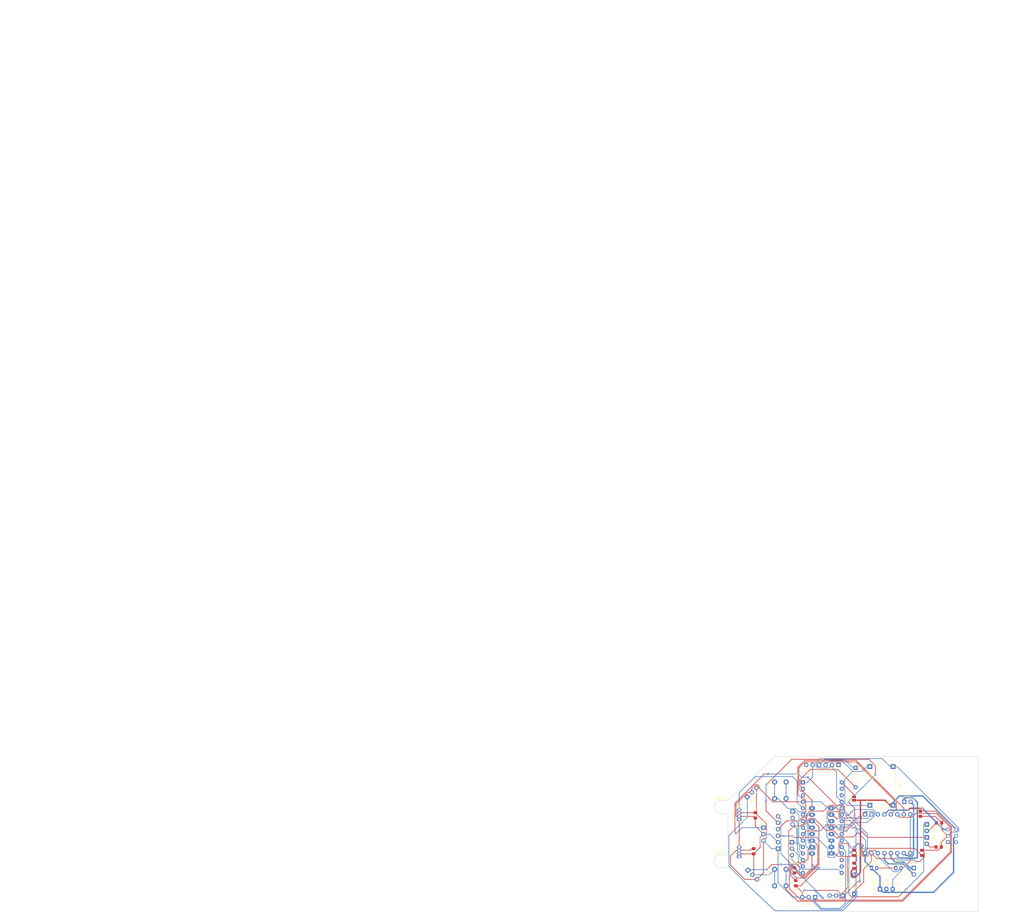
<source format=kicad_pcb>
(kicad_pcb (version 20171130) (host pcbnew "(5.0.1)-4")
  (layers (0 F.Cu signal hide) (31 B.Cu signal hide) (34 B.Paste user) (35 F.Paste user) (36 B.SilkS user) (37 F.SilkS user) (38 B.Mask user) (39 F.Mask user) (44 Edge.Cuts user))
  (net 0 "")
  (net 1 BT_RX)
  (net 2 "Net-(A1-Pad17)")
  (net 3 BT_TX)
  (net 4 "Net-(A1-Pad18)")
  (net 5 "Net-(A1-Pad3)")
  (net 6 BAT)
  (net 7 GND)
  (net 8 A1)
  (net 9 NEO)
  (net 10 LINEA_1)
  (net 11 PWM_DER)
  (net 12 LINEA_2)
  (net 13 12C_SDA)
  (net 14 LINEA_3)
  (net 15 12C_SCL)
  (net 16 DIST_DCHA)
  (net 17 PWM_IZQ)
  (net 18 DIST_FRONT)
  (net 19 D7)
  (net 20 DIST_IZQ)
  (net 21 D8)
  (net 22 +5V)
  (net 23 D9)
  (net 24 "Net-(A1-Pad28)")
  (net 25 D10)
  (net 26 D11)
  (net 27 VCC)
  (net 28 LINEA_SEL)
  (net 29 D13)
  (net 30 "Net-(D1-Pad1)")
  (net 31 "Net-(D3-Pad1)")
  (net 32 "Net-(D4-Pad1)")
  (net 33 LED_R)
  (net 34 "Net-(D5-Pad2)")
  (net 35 "Net-(D6-Pad2)")
  (net 36 LED_G)
  (net 37 "Net-(J5-Pad6)")
  (net 38 "Net-(J5-Pad1)")
  (net 39 VBAT)
  (net 40 "Net-(J9-Pad2)")
  (net 41 M_DER_+)
  (net 42 M_DER_-)
  (net 43 M_IZQ_-)
  (net 44 M_IZQ_+)
  (net 45 DIR_IZQ_2)
  (net 46 DIR_IZQ_1)
  (net 47 STBY_MOT)
  (net 48 DIR_DER_1)
  (net 49 DIR_DER_2)
  (net 50 "Net-(J15-Pad2)")
  (net 51 VDD)
  (net 52 B1)
  (net 53 B2)
  (net 54 "Net-(SW3-Pad1)")
  (net 55 "Net-(SW3-Pad4)")
  (net 56 "Net-(U1-Pad13)")
  (module MountingHole:MountingHole_2.2mm_M2 (layer F.Cu) (at 131.826 100.838)
    (fp_text reference REF** (at 0 -3.2) (layer F.SilkS))
    (fp_text value MountingHole_2.2mm_M2)
    (pad 1 np_thru_hole circle (at 0 0) (size 2.2 2.2) (drill 2.2) (layers *.Cu *.Mask))
  )
  (module Module:Arduino_Nano (layer F.Cu) (at 164.084 69.85)
    (fp_text reference A1 (at -2.54 -3.048) (layer F.SilkS))
    (fp_text value Arduino_Nano_v3.x)
    (pad 1 thru_hole rect (at 0 0) (size 1.6 1.6) (drill 0.8) (layers *.Cu *.Mask) (net 1 BT_RX))
    (pad 17 thru_hole oval (at 15.24 33.02) (size 1.6 1.6) (drill 0.8) (layers *.Cu *.Mask) (net 2 "Net-(A1-Pad17)"))
    (pad 2 thru_hole oval (at 0 2.54) (size 1.6 1.6) (drill 0.8) (layers *.Cu *.Mask) (net 3 BT_TX))
    (pad 18 thru_hole oval (at 15.24 30.48) (size 1.6 1.6) (drill 0.8) (layers *.Cu *.Mask) (net 4 "Net-(A1-Pad18)"))
    (pad 3 thru_hole oval (at 0 5.08) (size 1.6 1.6) (drill 0.8) (layers *.Cu *.Mask) (net 5 "Net-(A1-Pad3)"))
    (pad 19 thru_hole oval (at 15.24 27.94) (size 1.6 1.6) (drill 0.8) (layers *.Cu *.Mask) (net 6 BAT))
    (pad 4 thru_hole oval (at 0 7.62) (size 1.6 1.6) (drill 0.8) (layers *.Cu *.Mask) (net 7 GND))
    (pad 20 thru_hole oval (at 15.24 25.4) (size 1.6 1.6) (drill 0.8) (layers *.Cu *.Mask) (net 8 A1))
    (pad 5 thru_hole oval (at 0 10.16) (size 1.6 1.6) (drill 0.8) (layers *.Cu *.Mask) (net 9 NEO))
    (pad 21 thru_hole oval (at 15.24 22.86) (size 1.6 1.6) (drill 0.8) (layers *.Cu *.Mask) (net 10 LINEA_1))
    (pad 6 thru_hole oval (at 0 12.7) (size 1.6 1.6) (drill 0.8) (layers *.Cu *.Mask) (net 11 PWM_DER))
    (pad 22 thru_hole oval (at 15.24 20.32) (size 1.6 1.6) (drill 0.8) (layers *.Cu *.Mask) (net 12 LINEA_2))
    (pad 7 thru_hole oval (at 0 15.24) (size 1.6 1.6) (drill 0.8) (layers *.Cu *.Mask) (net 13 12C_SDA))
    (pad 23 thru_hole oval (at 15.24 17.78) (size 1.6 1.6) (drill 0.8) (layers *.Cu *.Mask) (net 14 LINEA_3))
    (pad 8 thru_hole oval (at 0 17.78) (size 1.6 1.6) (drill 0.8) (layers *.Cu *.Mask) (net 15 12C_SCL))
    (pad 24 thru_hole oval (at 15.24 15.24) (size 1.6 1.6) (drill 0.8) (layers *.Cu *.Mask) (net 16 DIST_DCHA))
    (pad 9 thru_hole oval (at 0 20.32) (size 1.6 1.6) (drill 0.8) (layers *.Cu *.Mask) (net 17 PWM_IZQ))
    (pad 25 thru_hole oval (at 15.24 12.7) (size 1.6 1.6) (drill 0.8) (layers *.Cu *.Mask) (net 18 DIST_FRONT))
    (pad 10 thru_hole oval (at 0 22.86) (size 1.6 1.6) (drill 0.8) (layers *.Cu *.Mask) (net 19 D7))
    (pad 26 thru_hole oval (at 15.24 10.16) (size 1.6 1.6) (drill 0.8) (layers *.Cu *.Mask) (net 20 DIST_IZQ))
    (pad 11 thru_hole oval (at 0 25.4) (size 1.6 1.6) (drill 0.8) (layers *.Cu *.Mask) (net 21 D8))
    (pad 27 thru_hole oval (at 15.24 7.62) (size 1.6 1.6) (drill 0.8) (layers *.Cu *.Mask) (net 22 +5V))
    (pad 12 thru_hole oval (at 0 27.94) (size 1.6 1.6) (drill 0.8) (layers *.Cu *.Mask) (net 23 D9))
    (pad 28 thru_hole oval (at 15.24 5.08) (size 1.6 1.6) (drill 0.8) (layers *.Cu *.Mask) (net 24 "Net-(A1-Pad28)"))
    (pad 13 thru_hole oval (at 0 30.48) (size 1.6 1.6) (drill 0.8) (layers *.Cu *.Mask) (net 25 D10))
    (pad 29 thru_hole oval (at 15.24 2.54) (size 1.6 1.6) (drill 0.8) (layers *.Cu *.Mask) (net 7 GND))
    (pad 14 thru_hole oval (at 0 33.02) (size 1.6 1.6) (drill 0.8) (layers *.Cu *.Mask) (net 26 D11))
    (pad 30 thru_hole oval (at 15.24 0) (size 1.6 1.6) (drill 0.8) (layers *.Cu *.Mask) (net 27 VCC))
    (pad 15 thru_hole oval (at 0 35.56) (size 1.6 1.6) (drill 0.8) (layers *.Cu *.Mask) (net 28 LINEA_SEL))
    (pad 16 thru_hole oval (at 15.24 35.56) (size 1.6 1.6) (drill 0.8) (layers *.Cu *.Mask) (net 29 D13))
  )
  (module Capacitor_SMD:C_0805_2012Metric_Pad1.15x1.40mm_HandSolder (layer F.Cu) (at 144.78 96.909999 90)
    (fp_text reference C1 (at 2.929999 0 180) (layer F.SilkS))
    (fp_text value 100nF)
    (pad 1 smd roundrect (at -1.025 0 90) (size 1.15 1.4) (layers F.Cu F.Paste F.Mask) (roundrect_rratio 0.217391) (net 7 GND))
    (pad 2 smd roundrect (at 1.025 0 90) (size 1.15 1.4) (layers F.Cu F.Paste F.Mask) (roundrect_rratio 0.217391) (net 22 +5V))
  )
  (module Capacitor_SMD:C_0805_2012Metric_Pad1.15x1.40mm_HandSolder (layer F.Cu) (at 145.415 82.795 90)
    (fp_text reference C2 (at 2.531 -0.127 180) (layer F.SilkS))
    (fp_text value 100nF)
    (pad 2 smd roundrect (at 1.025 0 90) (size 1.15 1.4) (layers F.Cu F.Paste F.Mask) (roundrect_rratio 0.217391) (net 22 +5V))
    (pad 1 smd roundrect (at -1.025 0 90) (size 1.15 1.4) (layers F.Cu F.Paste F.Mask) (roundrect_rratio 0.217391) (net 7 GND))
  )
  (module Diode_THT:D_DO-35_SOD27_P7.62mm_Horizontal (layer F.Cu) (at 184.785 64.135 270)
    (fp_text reference D1 (at -1.905 0.381) (layer F.SilkS))
    (fp_text value 1N4148)
    (fp_text user K (at 0 -1.8 270) (layer F.SilkS))
    (pad 2 thru_hole oval (at 7.62 0 270) (size 1.6 1.6) (drill 0.8) (layers *.Cu *.Mask) (net 3 BT_TX))
    (pad 1 thru_hole rect (at 0 0 270) (size 1.6 1.6) (drill 0.8) (layers *.Cu *.Mask) (net 30 "Net-(D1-Pad1)"))
  )
  (module Diode_THT:D_DO-35_SOD27_P7.62mm_Horizontal (layer F.Cu) (at 184.15 113.665 90)
    (fp_text reference D2 (at 3.81 -2.12 90) (layer F.SilkS))
    (fp_text value 1N4148)
    (fp_text user K (at 0 -1.8 90) (layer F.SilkS))
    (pad 1 thru_hole rect (at 0 0 90) (size 1.6 1.6) (drill 0.8) (layers *.Cu *.Mask) (net 22 +5V))
    (pad 2 thru_hole oval (at 7.62 0 90) (size 1.6 1.6) (drill 0.8) (layers *.Cu *.Mask) (net 6 BAT))
  )
  (module LED_THT:LED_D5.0mm-4_RGB (layer F.Cu) (at 139.065 84.455 90)
    (fp_text reference D3 (at 5.715 -0.127 180) (layer F.SilkS))
    (fp_text value NEO1)
    (pad 1 thru_hole rect (at 0 0 90) (size 1.07 1.8) (drill 0.9) (layers *.Cu *.Mask) (net 31 "Net-(D3-Pad1)"))
    (pad 2 thru_hole oval (at 1.27 0 90) (size 1.07 1.8) (drill 0.9) (layers *.Cu *.Mask) (net 7 GND))
    (pad 3 thru_hole oval (at 2.54 0 90) (size 1.07 1.8) (drill 0.9) (layers *.Cu *.Mask) (net 22 +5V))
    (pad 4 thru_hole oval (at 3.81 0 90) (size 1.07 1.8) (drill 0.9) (layers *.Cu *.Mask) (net 9 NEO))
  )
  (module LED_THT:LED_D5.0mm-4_RGB (layer F.Cu) (at 139.065 99.06 90)
    (fp_text reference D4 (at 5.842 -0.127 180) (layer F.SilkS))
    (fp_text value NEO2)
    (pad 4 thru_hole oval (at 3.81 0 90) (size 1.07 1.8) (drill 0.9) (layers *.Cu *.Mask) (net 31 "Net-(D3-Pad1)"))
    (pad 3 thru_hole oval (at 2.54 0 90) (size 1.07 1.8) (drill 0.9) (layers *.Cu *.Mask) (net 22 +5V))
    (pad 2 thru_hole oval (at 1.27 0 90) (size 1.07 1.8) (drill 0.9) (layers *.Cu *.Mask) (net 7 GND))
    (pad 1 thru_hole rect (at 0 0 90) (size 1.07 1.8) (drill 0.9) (layers *.Cu *.Mask) (net 32 "Net-(D4-Pad1)"))
  )
  (module LED_THT:LED_D3.0mm (layer F.Cu) (at 212.725 91.44 270)
    (fp_text reference D5 (at 0 -2.921 270) (layer F.SilkS))
    (fp_text value ROJO)
    (pad 1 thru_hole rect (at 0 0 270) (size 1.8 1.8) (drill 0.9) (layers *.Cu *.Mask) (net 33 LED_R))
    (pad 2 thru_hole circle (at 2.54 0 270) (size 1.8 1.8) (drill 0.9) (layers *.Cu *.Mask) (net 34 "Net-(D5-Pad2)"))
  )
  (module LED_THT:LED_D3.0mm (layer F.Cu) (at 212.725 86.36 270)
    (fp_text reference D6 (at 2.032 -2.96 270) (layer F.SilkS))
    (fp_text value VERDE)
    (pad 2 thru_hole circle (at 2.54 0 270) (size 1.8 1.8) (drill 0.9) (layers *.Cu *.Mask) (net 35 "Net-(D6-Pad2)"))
    (pad 1 thru_hole rect (at 0 0 270) (size 1.8 1.8) (drill 0.9) (layers *.Cu *.Mask) (net 36 LED_G))
  )
  (module Connector_PinHeader_2.54mm:PinHeader_1x03_P2.54mm_Vertical (layer F.Cu) (at 160.02 81.28)
    (fp_text reference J1 (at 0 -2.33) (layer F.SilkS))
    (fp_text value AUX1)
    (pad 3 thru_hole oval (at 0 5.08) (size 1.7 1.7) (drill 1) (layers *.Cu *.Mask) (net 23 D9))
    (pad 2 thru_hole oval (at 0 2.54) (size 1.7 1.7) (drill 1) (layers *.Cu *.Mask) (net 21 D8))
    (pad 1 thru_hole rect (at 0 0) (size 1.7 1.7) (drill 1) (layers *.Cu *.Mask) (net 19 D7))
  )
  (module Connector_PinHeader_2.54mm:PinHeader_1x03_P2.54mm_Vertical (layer F.Cu) (at 159.766 93.345)
    (fp_text reference J2 (at 0 -2.33) (layer F.SilkS))
    (fp_text value AUX2)
    (pad 3 thru_hole oval (at 0 5.08) (size 1.7 1.7) (drill 1) (layers *.Cu *.Mask) (net 29 D13))
    (pad 2 thru_hole oval (at 0 2.54) (size 1.7 1.7) (drill 1) (layers *.Cu *.Mask) (net 26 D11))
    (pad 1 thru_hole rect (at 0 0) (size 1.7 1.7) (drill 1) (layers *.Cu *.Mask) (net 25 D10))
  )
  (module Connector_PinHeader_2.54mm:PinHeader_1x03_P2.54mm_Vertical (layer F.Cu) (at 168.91 114.935 270)
    (fp_text reference J3 (at 2.667 2.286) (layer F.SilkS))
    (fp_text value AUX3)
    (pad 1 thru_hole rect (at 0 0 270) (size 1.7 1.7) (drill 1) (layers *.Cu *.Mask) (net 8 A1))
    (pad 2 thru_hole oval (at 0 2.54 270) (size 1.7 1.7) (drill 1) (layers *.Cu *.Mask) (net 22 +5V))
    (pad 3 thru_hole oval (at 0 5.08 270) (size 1.7 1.7) (drill 1) (layers *.Cu *.Mask) (net 22 +5V))
  )
  (module Connector_PinHeader_2.54mm:PinHeader_1x03_P2.54mm_Vertical (layer F.Cu) (at 179.705 114.3 270)
    (fp_text reference J4 (at 2.54 1.905) (layer F.SilkS))
    (fp_text value AUX4)
    (pad 1 thru_hole rect (at 0 0 270) (size 1.7 1.7) (drill 1) (layers *.Cu *.Mask) (net 7 GND))
    (pad 2 thru_hole oval (at 0 2.54 270) (size 1.7 1.7) (drill 1) (layers *.Cu *.Mask) (net 7 GND))
    (pad 3 thru_hole oval (at 0 5.08 270) (size 1.7 1.7) (drill 1) (layers *.Cu *.Mask) (net 7 GND))
  )
  (module Connector_PinHeader_2.54mm:PinHeader_1x06_P2.54mm_Vertical (layer F.Cu) (at 178.054 62.992 270)
    (fp_text reference J5 (at -2.54 6.604) (layer F.SilkS))
    (fp_text value HC-05)
    (pad 6 thru_hole oval (at 0 12.7 270) (size 1.7 1.7) (drill 1) (layers *.Cu *.Mask) (net 37 "Net-(J5-Pad6)"))
    (pad 5 thru_hole oval (at 0 10.16 270) (size 1.7 1.7) (drill 1) (layers *.Cu *.Mask) (net 1 BT_RX))
    (pad 4 thru_hole oval (at 0 7.62 270) (size 1.7 1.7) (drill 1) (layers *.Cu *.Mask) (net 30 "Net-(D1-Pad1)"))
    (pad 3 thru_hole oval (at 0 5.08 270) (size 1.7 1.7) (drill 1) (layers *.Cu *.Mask) (net 7 GND))
    (pad 2 thru_hole oval (at 0 2.54 270) (size 1.7 1.7) (drill 1) (layers *.Cu *.Mask) (net 22 +5V))
    (pad 1 thru_hole rect (at 0 0 270) (size 1.7 1.7) (drill 1) (layers *.Cu *.Mask) (net 38 "Net-(J5-Pad1)"))
  )
  (module Connector_PinHeader_2.54mm:PinHeader_1x06_P2.54mm_Vertical (layer F.Cu) (at 154.305 95.885 180)
    (fp_text reference J6 (at -0.127 -2.667 180) (layer F.SilkS))
    (fp_text value Sensores_linea)
    (pad 1 thru_hole rect (at 0 0 180) (size 1.7 1.7) (drill 1) (layers *.Cu *.Mask) (net 22 +5V))
    (pad 2 thru_hole oval (at 0 2.54 180) (size 1.7 1.7) (drill 1) (layers *.Cu *.Mask) (net 7 GND))
    (pad 3 thru_hole oval (at 0 5.08 180) (size 1.7 1.7) (drill 1) (layers *.Cu *.Mask) (net 10 LINEA_1))
    (pad 4 thru_hole oval (at 0 7.62 180) (size 1.7 1.7) (drill 1) (layers *.Cu *.Mask) (net 12 LINEA_2))
    (pad 5 thru_hole oval (at 0 10.16 180) (size 1.7 1.7) (drill 1) (layers *.Cu *.Mask) (net 14 LINEA_3))
    (pad 6 thru_hole oval (at 0 12.7 180) (size 1.7 1.7) (drill 1) (layers *.Cu *.Mask) (net 28 LINEA_SEL))
  )
  (module Connector_PinHeader_2.54mm:PinHeader_1x03_P2.54mm_Vertical (layer F.Cu) (at 142.457898 104.357898 45)
    (fp_text reference J7 (at 0 -2.33 45) (layer F.SilkS))
    (fp_text value DIST_IZQ)
    (pad 1 thru_hole rect (at 0 0 45) (size 1.7 1.7) (drill 1) (layers *.Cu *.Mask) (net 20 DIST_IZQ))
    (pad 2 thru_hole oval (at 0 2.54 45) (size 1.7 1.7) (drill 1) (layers *.Cu *.Mask) (net 7 GND))
    (pad 3 thru_hole oval (at 0 5.079999 45) (size 1.7 1.7) (drill 1) (layers *.Cu *.Mask) (net 22 +5V))
  )
  (module Connector_PinHeader_2.54mm:PinHeader_1x03_P2.54mm_Vertical (layer F.Cu) (at 148.59 87.63)
    (fp_text reference J8 (at 0.508 -2.54) (layer F.SilkS))
    (fp_text value DIST_FRONT)
    (pad 3 thru_hole oval (at 0 5.08) (size 1.7 1.7) (drill 1) (layers *.Cu *.Mask) (net 22 +5V))
    (pad 2 thru_hole oval (at 0 2.54) (size 1.7 1.7) (drill 1) (layers *.Cu *.Mask) (net 7 GND))
    (pad 1 thru_hole rect (at 0 0) (size 1.7 1.7) (drill 1) (layers *.Cu *.Mask) (net 18 DIST_FRONT))
  )
  (module Connector_JST:JST_XH_B03B-XH-A_1x03_P2.50mm_Vertical (layer F.Cu) (at 194.35 111.76)
    (fp_text reference J9 (at 2.5 -3.55) (layer F.SilkS))
    (fp_text value LIPO_2S)
    (pad 1 thru_hole roundrect (at 0 0) (size 1.7 1.95) (drill 0.95) (layers *.Cu *.Mask) (roundrect_rratio 0.147059) (net 39 VBAT))
    (pad 2 thru_hole oval (at 2.5 0) (size 1.7 1.95) (drill 0.95) (layers *.Cu *.Mask) (net 40 "Net-(J9-Pad2)"))
    (pad 3 thru_hole oval (at 5 0) (size 1.7 1.95) (drill 0.95) (layers *.Cu *.Mask) (net 7 GND))
  )
  (module Connector_PinHeader_2.54mm:PinHeader_1x08_P2.54mm_Vertical (layer F.Cu) (at 188.468 97.663 90)
    (fp_text reference J10 (at 0 -2.33 90) (layer F.SilkS))
    (fp_text value TB6612FNG_A)
    (pad 8 thru_hole oval (at 0 17.78 90) (size 1.7 1.7) (drill 1) (layers *.Cu *.Mask) (net 7 GND))
    (pad 7 thru_hole oval (at 0 15.24 90) (size 1.7 1.7) (drill 1) (layers *.Cu *.Mask) (net 41 M_DER_+))
    (pad 6 thru_hole oval (at 0 12.7 90) (size 1.7 1.7) (drill 1) (layers *.Cu *.Mask) (net 42 M_DER_-))
    (pad 5 thru_hole oval (at 0 10.16 90) (size 1.7 1.7) (drill 1) (layers *.Cu *.Mask) (net 43 M_IZQ_-))
    (pad 4 thru_hole oval (at 0 7.62 90) (size 1.7 1.7) (drill 1) (layers *.Cu *.Mask) (net 44 M_IZQ_+))
    (pad 3 thru_hole oval (at 0 5.08 90) (size 1.7 1.7) (drill 1) (layers *.Cu *.Mask) (net 7 GND))
    (pad 2 thru_hole oval (at 0 2.54 90) (size 1.7 1.7) (drill 1) (layers *.Cu *.Mask) (net 22 +5V))
    (pad 1 thru_hole rect (at 0 0 90) (size 1.7 1.7) (drill 1) (layers *.Cu *.Mask) (net 39 VBAT))
  )
  (module Connector_PinHeader_2.54mm:PinHeader_1x02_P2.54mm_Vertical (layer F.Cu) (at 207.645 103.505)
    (fp_text reference J11 (at 0 -2.33) (layer F.SilkS))
    (fp_text value MOT_IZQ)
    (pad 1 thru_hole rect (at 0 0) (size 1.7 1.7) (drill 1) (layers *.Cu *.Mask) (net 43 M_IZQ_-))
    (pad 2 thru_hole oval (at 0 2.54) (size 1.7 1.7) (drill 1) (layers *.Cu *.Mask) (net 44 M_IZQ_+))
  )
  (module Connector_PinHeader_2.54mm:PinHeader_1x02_P2.54mm_Vertical (layer F.Cu) (at 203.835 77.47 90)
    (fp_text reference J12 (at 2.54 1.143 180) (layer F.SilkS))
    (fp_text value MOT_DER)
    (pad 2 thru_hole oval (at 0 2.54 90) (size 1.7 1.7) (drill 1) (layers *.Cu *.Mask) (net 41 M_DER_+))
    (pad 1 thru_hole rect (at 0 0 90) (size 1.7 1.7) (drill 1) (layers *.Cu *.Mask) (net 42 M_DER_-))
  )
  (module Connector_PinHeader_2.54mm:PinHeader_1x03_P2.54mm_Vertical (layer F.Cu) (at 142.24 75.565 135)
    (fp_text reference J13 (at -2.424669 0.449013 225) (layer F.SilkS))
    (fp_text value DIST_DCHA)
    (pad 1 thru_hole rect (at 0 0 135) (size 1.7 1.7) (drill 1) (layers *.Cu *.Mask) (net 16 DIST_DCHA))
    (pad 2 thru_hole oval (at 0 2.54 135) (size 1.7 1.7) (drill 1) (layers *.Cu *.Mask) (net 7 GND))
    (pad 3 thru_hole oval (at 0 5.079999 135) (size 1.7 1.7) (drill 1) (layers *.Cu *.Mask) (net 22 +5V))
  )
  (module Connector_PinHeader_2.54mm:PinHeader_1x08_P2.54mm_Vertical (layer F.Cu) (at 188.468 82.423 90)
    (fp_text reference J14 (at -2.413 1.524 180) (layer F.SilkS))
    (fp_text value TB6612FNG_B)
    (pad 1 thru_hole rect (at 0 0 90) (size 1.7 1.7) (drill 1) (layers *.Cu *.Mask) (net 17 PWM_IZQ))
    (pad 2 thru_hole oval (at 0 2.54 90) (size 1.7 1.7) (drill 1) (layers *.Cu *.Mask) (net 45 DIR_IZQ_2))
    (pad 3 thru_hole oval (at 0 5.08 90) (size 1.7 1.7) (drill 1) (layers *.Cu *.Mask) (net 46 DIR_IZQ_1))
    (pad 4 thru_hole oval (at 0 7.62 90) (size 1.7 1.7) (drill 1) (layers *.Cu *.Mask) (net 47 STBY_MOT))
    (pad 5 thru_hole oval (at 0 10.16 90) (size 1.7 1.7) (drill 1) (layers *.Cu *.Mask) (net 48 DIR_DER_1))
    (pad 6 thru_hole oval (at 0 12.7 90) (size 1.7 1.7) (drill 1) (layers *.Cu *.Mask) (net 49 DIR_DER_2))
    (pad 7 thru_hole oval (at 0 15.24 90) (size 1.7 1.7) (drill 1) (layers *.Cu *.Mask) (net 11 PWM_DER))
    (pad 8 thru_hole oval (at 0 17.78 90) (size 1.7 1.7) (drill 1) (layers *.Cu *.Mask) (net 7 GND))
  )
  (module Connector_JST:JST_PH_B2B-PH-K_1x02_P2.00mm_Vertical (layer F.Cu) (at 191.04 103.505)
    (fp_text reference J15 (at 1 -2.9) (layer F.SilkS))
    (fp_text value LIPO_1S_A)
    (pad 1 thru_hole roundrect (at 0 0) (size 1.2 1.75) (drill 0.75) (layers *.Cu *.Mask) (roundrect_rratio 0.208333) (net 39 VBAT))
    (pad 2 thru_hole oval (at 2 0) (size 1.2 1.75) (drill 0.75) (layers *.Cu *.Mask) (net 50 "Net-(J15-Pad2)"))
  )
  (module Connector_JST:JST_PH_B2B-PH-K_1x02_P2.00mm_Vertical (layer F.Cu) (at 200.565 103.505)
    (fp_text reference J16 (at 1 -2.9) (layer F.SilkS))
    (fp_text value LIPO_1S_B)
    (pad 2 thru_hole oval (at 2 0) (size 1.2 1.75) (drill 0.75) (layers *.Cu *.Mask) (net 7 GND))
    (pad 1 thru_hole roundrect (at 0 0) (size 1.2 1.75) (drill 0.75) (layers *.Cu *.Mask) (roundrect_rratio 0.208333) (net 50 "Net-(J15-Pad2)"))
  )
  (module Jumper:SolderJumper-2_P1.3mm_Open_Pad1.0x1.5mm (layer F.Cu) (at 184.15 76.2 90)
    (fp_text reference JP1 (at 0 -1.8 90) (layer F.SilkS))
    (fp_text value Jumper_NO_Small)
    (pad 2 smd rect (at 0.65 0 90) (size 1 1.5) (layers F.Cu F.Mask) (net 27 VCC))
    (pad 1 smd rect (at -0.65 0 90) (size 1 1.5) (layers F.Cu F.Mask) (net 51 VDD))
  )
  (module Resistor_SMD:R_0805_2012Metric_Pad1.15x1.40mm_HandSolder (layer F.Cu) (at 184.15 102.624999 90)
    (fp_text reference R1 (at 0 -1.65 90) (layer F.SilkS))
    (fp_text value 82K)
    (pad 1 smd roundrect (at -1.025 0 90) (size 1.15 1.4) (layers F.Cu F.Paste F.Mask) (roundrect_rratio 0.217391) (net 51 VDD))
    (pad 2 smd roundrect (at 1.025 0 90) (size 1.15 1.4) (layers F.Cu F.Paste F.Mask) (roundrect_rratio 0.217391) (net 6 BAT))
  )
  (module Resistor_SMD:R_0805_2012Metric_Pad1.15x1.40mm_HandSolder (layer F.Cu) (at 184.15 97.544999 270)
    (fp_text reference R2 (at 0 -1.65 270) (layer F.SilkS))
    (fp_text value 120K)
    (pad 2 smd roundrect (at 1.025 0 270) (size 1.15 1.4) (layers F.Cu F.Paste F.Mask) (roundrect_rratio 0.217391) (net 7 GND))
    (pad 1 smd roundrect (at -1.025 0 270) (size 1.15 1.4) (layers F.Cu F.Paste F.Mask) (roundrect_rratio 0.217391) (net 6 BAT))
  )
  (module Resistor_SMD:R_0805_2012Metric_Pad1.15x1.40mm_HandSolder (layer F.Cu) (at 210.185 82.160001 90)
    (fp_text reference R3 (at 2.658001 0.127 180) (layer F.SilkS))
    (fp_text value 10K)
    (pad 1 smd roundrect (at -1.025 0 90) (size 1.15 1.4) (layers F.Cu F.Paste F.Mask) (roundrect_rratio 0.217391) (net 22 +5V))
    (pad 2 smd roundrect (at 1.025 0 90) (size 1.15 1.4) (layers F.Cu F.Paste F.Mask) (roundrect_rratio 0.217391) (net 52 B1))
  )
  (module Resistor_SMD:R_0805_2012Metric_Pad1.15x1.40mm_HandSolder (layer F.Cu) (at 210.82 97.544999 270)
    (fp_text reference R4 (at 0 -1.65 270) (layer F.SilkS))
    (fp_text value 10K)
    (pad 2 smd roundrect (at 1.025 0 270) (size 1.15 1.4) (layers F.Cu F.Paste F.Mask) (roundrect_rratio 0.217391) (net 53 B2))
    (pad 1 smd roundrect (at -1.025 0 270) (size 1.15 1.4) (layers F.Cu F.Paste F.Mask) (roundrect_rratio 0.217391) (net 22 +5V))
  )
  (module Resistor_SMD:R_0805_2012Metric_Pad1.15x1.40mm_HandSolder (layer F.Cu) (at 217.415001 95.25 180)
    (fp_text reference R5 (at -1.024999 1.524 180) (layer F.SilkS))
    (fp_text value 220)
    (pad 1 smd roundrect (at -1.025 0 180) (size 1.15 1.4) (layers F.Cu F.Paste F.Mask) (roundrect_rratio 0.217391) (net 22 +5V))
    (pad 2 smd roundrect (at 1.025 0 180) (size 1.15 1.4) (layers F.Cu F.Paste F.Mask) (roundrect_rratio 0.217391) (net 34 "Net-(D5-Pad2)"))
  )
  (module Resistor_SMD:R_0805_2012Metric_Pad1.15x1.40mm_HandSolder (layer F.Cu) (at 217.559999 85.725 180)
    (fp_text reference R6 (at 0 -1.65 180) (layer F.SilkS))
    (fp_text value 220)
    (pad 2 smd roundrect (at 1.025 0 180) (size 1.15 1.4) (layers F.Cu F.Paste F.Mask) (roundrect_rratio 0.217391) (net 35 "Net-(D6-Pad2)"))
    (pad 1 smd roundrect (at -1.025 0 180) (size 1.15 1.4) (layers F.Cu F.Paste F.Mask) (roundrect_rratio 0.217391) (net 22 +5V))
  )
  (module Resistor_SMD:R_0805_2012Metric_Pad1.15x1.40mm_HandSolder (layer F.Cu) (at 161.29 109.465 90)
    (fp_text reference R7 (at -2.549 0 180) (layer F.SilkS))
    (fp_text value 1K)
    (pad 1 smd roundrect (at -1.025 0 90) (size 1.15 1.4) (layers F.Cu F.Paste F.Mask) (roundrect_rratio 0.217391) (net 22 +5V))
    (pad 2 smd roundrect (at 1.025 0 90) (size 1.15 1.4) (layers F.Cu F.Paste F.Mask) (roundrect_rratio 0.217391) (net 13 12C_SDA))
  )
  (module Resistor_SMD:R_0805_2012Metric_Pad1.15x1.40mm_HandSolder (layer F.Cu) (at 160.782 104.385 90)
    (fp_text reference R8 (at 2.785 0 180) (layer F.SilkS))
    (fp_text value 1K)
    (pad 2 smd roundrect (at 1.025 0 90) (size 1.15 1.4) (layers F.Cu F.Paste F.Mask) (roundrect_rratio 0.217391) (net 15 12C_SCL))
    (pad 1 smd roundrect (at -1.025 0 90) (size 1.15 1.4) (layers F.Cu F.Paste F.Mask) (roundrect_rratio 0.217391) (net 22 +5V))
  )
  (module Button_Switch_THT:SW_PUSH_6mm (layer F.Cu) (at 157.48 103.99 270)
    (fp_text reference SW1 (at 0.912 6.858 270) (layer F.SilkS))
    (fp_text value B1)
    (pad 2 thru_hole circle (at 0 4.5) (size 2 2) (drill 1.1) (layers *.Cu *.Mask) (net 7 GND))
    (pad 1 thru_hole circle (at 0 0) (size 2 2) (drill 1.1) (layers *.Cu *.Mask) (net 52 B1))
    (pad 2 thru_hole circle (at 6.5 4.5) (size 2 2) (drill 1.1) (layers *.Cu *.Mask) (net 7 GND))
    (pad 1 thru_hole circle (at 6.5 0) (size 2 2) (drill 1.1) (layers *.Cu *.Mask) (net 52 B1))
  )
  (module Button_Switch_THT:SW_PUSH_6mm (layer F.Cu) (at 152.98 76.2 90)
    (fp_text reference SW2 (at 6.858 -2.358 90) (layer F.SilkS))
    (fp_text value B2)
    (pad 1 thru_hole circle (at 6.5 0 180) (size 2 2) (drill 1.1) (layers *.Cu *.Mask) (net 53 B2))
    (pad 2 thru_hole circle (at 6.5 4.5 180) (size 2 2) (drill 1.1) (layers *.Cu *.Mask) (net 7 GND))
    (pad 1 thru_hole circle (at 0 0 180) (size 2 2) (drill 1.1) (layers *.Cu *.Mask) (net 53 B2))
    (pad 2 thru_hole circle (at 0 4.5 180) (size 2 2) (drill 1.1) (layers *.Cu *.Mask) (net 7 GND))
  )
  (module Button_Switch_THT:SW_CuK_JS202011CQN_DPDT_Straight (layer F.Cu) (at 220.98 93.345 90)
    (fp_text reference SW3 (at 2.75 -1.6 90) (layer F.SilkS))
    (fp_text value SW_DPDT_x2)
    (pad 1 thru_hole rect (at 0 0 90) (size 1.4 1.4) (drill 0.9) (layers *.Cu *.Mask) (net 54 "Net-(SW3-Pad1)"))
    (pad 2 thru_hole circle (at 2.5 0 90) (size 1.4 1.4) (drill 0.9) (layers *.Cu *.Mask) (net 22 +5V))
    (pad 3 thru_hole circle (at 5 0 90) (size 1.4 1.4) (drill 0.9) (layers *.Cu *.Mask) (net 47 STBY_MOT))
    (pad 4 thru_hole circle (at 0 3.3 90) (size 1.4 1.4) (drill 0.9) (layers *.Cu *.Mask) (net 55 "Net-(SW3-Pad4)"))
    (pad 5 thru_hole circle (at 2.5 3.3 90) (size 1.4 1.4) (drill 0.9) (layers *.Cu *.Mask) (net 39 VBAT))
    (pad 6 thru_hole circle (at 5 3.3 90) (size 1.4 1.4) (drill 0.9) (layers *.Cu *.Mask) (net 51 VDD))
  )
  (module Package_DIP:DIP-16_W7.62mm_LongPads (layer F.Cu) (at 175.26 97.79 180)
    (fp_text reference U1 (at 3.81 -2.33 180) (layer F.SilkS))
    (fp_text value PCF8574)
    (pad 1 thru_hole rect (at 0 0 180) (size 2.4 1.6) (drill 0.8) (layers *.Cu *.Mask) (net 7 GND))
    (pad 9 thru_hole oval (at 7.62 17.78 180) (size 2.4 1.6) (drill 0.8) (layers *.Cu *.Mask) (net 48 DIR_DER_1))
    (pad 2 thru_hole oval (at 0 2.54 180) (size 2.4 1.6) (drill 0.8) (layers *.Cu *.Mask) (net 7 GND))
    (pad 10 thru_hole oval (at 7.62 15.24 180) (size 2.4 1.6) (drill 0.8) (layers *.Cu *.Mask) (net 49 DIR_DER_2))
    (pad 3 thru_hole oval (at 0 5.08 180) (size 2.4 1.6) (drill 0.8) (layers *.Cu *.Mask) (net 7 GND))
    (pad 11 thru_hole oval (at 7.62 12.7 180) (size 2.4 1.6) (drill 0.8) (layers *.Cu *.Mask) (net 52 B1))
    (pad 4 thru_hole oval (at 0 7.62 180) (size 2.4 1.6) (drill 0.8) (layers *.Cu *.Mask) (net 36 LED_G))
    (pad 12 thru_hole oval (at 7.62 10.16 180) (size 2.4 1.6) (drill 0.8) (layers *.Cu *.Mask) (net 53 B2))
    (pad 5 thru_hole oval (at 0 10.16 180) (size 2.4 1.6) (drill 0.8) (layers *.Cu *.Mask) (net 33 LED_R))
    (pad 13 thru_hole oval (at 7.62 7.62 180) (size 2.4 1.6) (drill 0.8) (layers *.Cu *.Mask) (net 56 "Net-(U1-Pad13)"))
    (pad 6 thru_hole oval (at 0 12.7 180) (size 2.4 1.6) (drill 0.8) (layers *.Cu *.Mask) (net 46 DIR_IZQ_1))
    (pad 14 thru_hole oval (at 7.62 5.08 180) (size 2.4 1.6) (drill 0.8) (layers *.Cu *.Mask) (net 15 12C_SCL))
    (pad 7 thru_hole oval (at 0 15.24 180) (size 2.4 1.6) (drill 0.8) (layers *.Cu *.Mask) (net 45 DIR_IZQ_2))
    (pad 15 thru_hole oval (at 7.62 2.54 180) (size 2.4 1.6) (drill 0.8) (layers *.Cu *.Mask) (net 13 12C_SDA))
    (pad 8 thru_hole oval (at 0 17.78 180) (size 2.4 1.6) (drill 0.8) (layers *.Cu *.Mask) (net 7 GND))
    (pad 16 thru_hole oval (at 7.62 0 180) (size 2.4 1.6) (drill 0.8) (layers *.Cu *.Mask) (net 22 +5V))
  )
  (module PlacaCentral:DC-DC-MP2307 (layer F.Cu) (at 194.945 71.12 90)
    (fp_text reference U2 (at 0 6.985 90) (layer F.SilkS))
    (fp_text value DC-DC_BuckModule)
    (pad 4 thru_hole rect (at 7.493 -4.572 90) (size 1.9 1.9) (drill 1.04) (layers *.Cu *.Mask) (net 7 GND))
    (pad 3 thru_hole rect (at 7.493 4.572 90) (size 1.9 1.9) (drill 1.04) (layers *.Cu *.Mask) (net 22 +5V))
    (pad 2 thru_hole rect (at -7.747 -4.572 90) (size 1.9 1.9) (drill 1.04) (layers *.Cu *.Mask) (net 7 GND))
    (pad 1 thru_hole rect (at -7.747 4.572 90) (size 1.9 1.9) (drill 1.02) (layers *.Cu *.Mask) (net 51 VDD))
  )
  (module MountingHole:MountingHole_2.2mm_M2 (layer F.Cu) (at 131.826 79.502)
    (fp_text reference REF** (at 0 -3.2) (layer F.SilkS))
    (fp_text value MountingHole_2.2mm_M2)
    (pad 1 np_thru_hole circle (at 0 0) (size 2.2 2.2) (drill 2.2) (layers *.Cu *.Mask))
  )
  (gr_arc (start 131.826 100.838) (end 131.826 98.298) (angle -180) (layer Edge.Cuts) (width 0.15))
  (gr_line (start 134.62 98.298) (end 131.826 98.298) (layer Edge.Cuts) (width 0.15))
  (gr_line (start 134.62 103.378) (end 131.826 103.378) (layer Edge.Cuts) (width 0.15))
  (gr_arc (start 131.826 79.502) (end 131.826 76.962) (angle -174.2894069) (layer Edge.Cuts) (width 0.15))
  (gr_line (start 134.62 82.042) (end 131.572 82.042) (layer Edge.Cuts) (width 0.15))
  (gr_line (start 134.62 76.962) (end 131.826 76.962) (layer Edge.Cuts) (width 0.15))
  (gr_line (start 134.62 98.298) (end 134.62 90.17) (layer Edge.Cuts) (width 0.15))
  (gr_line (start 153.035 120.65) (end 134.62 103.378) (layer Edge.Cuts) (width 0.15))
  (gr_line (start 233.045 120.65) (end 153.035 120.65) (layer Edge.Cuts) (width 0.15))
  (gr_line (start 233.045 59.69) (end 233.045 120.65) (layer Edge.Cuts) (width 0.15))
  (gr_line (start 153.035 59.69) (end 233.045 59.69) (layer Edge.Cuts) (width 0.15))
  (gr_line (start 134.62 76.962) (end 153.035 59.69) (layer Edge.Cuts) (width 0.15))
  (gr_line (start 134.62 90.17) (end 134.62 82.042) (layer Edge.Cuts) (width 0.15))
  (segment (start 165.862 69.85) (end 164.084 69.85) (width 0.25) (layer B.Cu) (net 1))
  (segment (start 167.894 62.992) (end 167.894 67.818) (width 0.25) (layer B.Cu) (net 1))
  (segment (start 167.894 67.818) (end 165.862 69.85) (width 0.25) (layer B.Cu) (net 1))
  (segment (start 163.284001 71.590001) (end 164.084 72.39) (width 0.25) (layer F.Cu) (net 3))
  (segment (start 162.958999 71.264999) (end 163.284001 71.590001) (width 0.25) (layer F.Cu) (net 3))
  (segment (start 162.958999 68.789999) (end 162.958999 71.264999) (width 0.25) (layer F.Cu) (net 3))
  (segment (start 166.978998 64.77) (end 162.958999 68.789999) (width 0.25) (layer F.Cu) (net 3))
  (segment (start 177.8 64.77) (end 166.978998 64.77) (width 0.25) (layer F.Cu) (net 3))
  (segment (start 184.785 71.755) (end 177.8 64.77) (width 0.25) (layer F.Cu) (net 3))
  (segment (start 178.524001 96.990001) (end 179.324 97.79) (width 0.25) (layer F.Cu) (net 6))
  (segment (start 178.198999 96.664999) (end 178.524001 96.990001) (width 0.25) (layer F.Cu) (net 6))
  (segment (start 178.198999 94.709999) (end 178.198999 96.664999) (width 0.25) (layer F.Cu) (net 6))
  (segment (start 179.073997 93.835001) (end 178.198999 94.709999) (width 0.25) (layer F.Cu) (net 6))
  (segment (start 181.465002 93.835001) (end 179.073997 93.835001) (width 0.25) (layer F.Cu) (net 6))
  (segment (start 184.15 96.519999) (end 181.465002 93.835001) (width 0.25) (layer F.Cu) (net 6))
  (segment (start 184.773372 102.223371) (end 184.15 101.599999) (width 0.25) (layer F.Cu) (net 6))
  (segment (start 185.17501 102.625009) (end 184.773372 102.223371) (width 0.25) (layer F.Cu) (net 6))
  (segment (start 185.17501 105.01999) (end 185.17501 102.625009) (width 0.25) (layer F.Cu) (net 6))
  (segment (start 184.15 106.045) (end 185.17501 105.01999) (width 0.25) (layer F.Cu) (net 6))
  (segment (start 184.773372 97.143371) (end 184.15 96.519999) (width 0.25) (layer F.Cu) (net 6))
  (segment (start 185.17501 97.545009) (end 184.773372 97.143371) (width 0.25) (layer F.Cu) (net 6))
  (segment (start 185.17501 100.574989) (end 185.17501 97.545009) (width 0.25) (layer F.Cu) (net 6))
  (segment (start 184.15 101.599999) (end 185.17501 100.574989) (width 0.25) (layer F.Cu) (net 6))
  (segment (start 179.705 114.3) (end 177.165 114.3) (width 0.25) (layer B.Cu) (net 7))
  (segment (start 177.165 114.3) (end 174.625 114.3) (width 0.25) (layer B.Cu) (net 7))
  (segment (start 152.98 105.404213) (end 152.98 110.49) (width 0.25) (layer B.Cu) (net 7))
  (segment (start 152.98 103.99) (end 152.98 105.404213) (width 0.25) (layer B.Cu) (net 7))
  (segment (start 151.13 90.17) (end 154.305 93.345) (width 0.25) (layer B.Cu) (net 7))
  (segment (start 148.59 90.17) (end 151.13 90.17) (width 0.25) (layer B.Cu) (net 7))
  (segment (start 189.173 63.627) (end 190.373 63.627) (width 0.25) (layer B.Cu) (net 7))
  (segment (start 187.268 65.532) (end 189.173 63.627) (width 0.25) (layer B.Cu) (net 7))
  (segment (start 183.642 65.532) (end 187.268 65.532) (width 0.25) (layer B.Cu) (net 7))
  (segment (start 180.449001 68.724999) (end 183.642 65.532) (width 0.25) (layer B.Cu) (net 7))
  (segment (start 179.324 72.39) (end 180.449001 71.264999) (width 0.25) (layer B.Cu) (net 7))
  (segment (start 180.449001 71.264999) (end 180.449001 68.724999) (width 0.25) (layer B.Cu) (net 7))
  (segment (start 179.52001 61.41001) (end 183.642 65.532) (width 0.25) (layer B.Cu) (net 7))
  (segment (start 174.55599 61.41001) (end 179.52001 61.41001) (width 0.25) (layer B.Cu) (net 7))
  (segment (start 172.974 62.992) (end 174.55599 61.41001) (width 0.25) (layer B.Cu) (net 7))
  (segment (start 180.558002 71.374) (end 180.449001 71.264999) (width 0.25) (layer B.Cu) (net 7))
  (segment (start 180.558002 77.942002) (end 180.558002 71.374) (width 0.25) (layer B.Cu) (net 7))
  (segment (start 190.373 78.867) (end 181.483 78.867) (width 0.25) (layer B.Cu) (net 7))
  (segment (start 181.483 78.867) (end 180.558002 77.942002) (width 0.25) (layer B.Cu) (net 7))
  (segment (start 206.248 82.423) (end 206.248 97.663) (width 0.25) (layer B.Cu) (net 7))
  (segment (start 144.78 83.185) (end 139.065 83.185) (width 0.25) (layer F.Cu) (net 7))
  (segment (start 145.415 83.82) (end 144.78 83.185) (width 0.25) (layer F.Cu) (net 7))
  (segment (start 157.48 69.7) (end 157.48 76.2) (width 0.25) (layer B.Cu) (net 7))
  (segment (start 145.415 86.995) (end 145.415 83.82) (width 0.25) (layer F.Cu) (net 7))
  (segment (start 148.59 90.17) (end 145.415 86.995) (width 0.25) (layer F.Cu) (net 7))
  (segment (start 139.209999 97.934999) (end 139.065 97.79) (width 0.25) (layer F.Cu) (net 7))
  (segment (start 144.78 97.934999) (end 139.209999 97.934999) (width 0.25) (layer F.Cu) (net 7))
  (segment (start 203.415 103.505) (end 202.565 103.505) (width 0.25) (layer F.Cu) (net 7))
  (segment (start 206.248 100.672) (end 203.415 103.505) (width 0.25) (layer F.Cu) (net 7))
  (segment (start 206.248 97.663) (end 206.248 100.672) (width 0.25) (layer F.Cu) (net 7))
  (segment (start 142.83397 73.768949) (end 144.036051 73.768949) (width 0.25) (layer F.Cu) (net 7))
  (segment (start 142.374333 73.768949) (end 142.83397 73.768949) (width 0.25) (layer F.Cu) (net 7))
  (segment (start 137.83999 78.303292) (end 142.374333 73.768949) (width 0.25) (layer F.Cu) (net 7))
  (segment (start 137.83999 83.10999) (end 137.83999 78.303292) (width 0.25) (layer F.Cu) (net 7))
  (segment (start 137.915 83.185) (end 137.83999 83.10999) (width 0.25) (layer F.Cu) (net 7))
  (segment (start 139.065 83.185) (end 137.915 83.185) (width 0.25) (layer F.Cu) (net 7))
  (segment (start 145.403372 97.311627) (end 144.78 97.934999) (width 0.25) (layer F.Cu) (net 7))
  (segment (start 147.289991 95.425008) (end 145.403372 97.311627) (width 0.25) (layer F.Cu) (net 7))
  (segment (start 147.289991 91.470009) (end 147.289991 95.425008) (width 0.25) (layer F.Cu) (net 7))
  (segment (start 148.59 90.17) (end 147.289991 91.470009) (width 0.25) (layer F.Cu) (net 7))
  (segment (start 176.71 80.01) (end 175.26 80.01) (width 0.25) (layer B.Cu) (net 7))
  (segment (start 178.124999 78.595001) (end 176.71 80.01) (width 0.25) (layer B.Cu) (net 7))
  (segment (start 179.905003 78.595001) (end 178.124999 78.595001) (width 0.25) (layer B.Cu) (net 7))
  (segment (start 180.558002 77.942002) (end 179.905003 78.595001) (width 0.25) (layer B.Cu) (net 7))
  (segment (start 144.036051 72.566868) (end 144.036051 73.768949) (width 0.25) (layer F.Cu) (net 7))
  (segment (start 144.036051 72.029947) (end 144.036051 72.566868) (width 0.25) (layer F.Cu) (net 7))
  (segment (start 146.396103 70.797897) (end 145.268101 70.797897) (width 0.25) (layer F.Cu) (net 7))
  (segment (start 147.007103 71.408897) (end 146.396103 70.797897) (width 0.25) (layer F.Cu) (net 7))
  (segment (start 147.007103 72.188105) (end 147.007103 71.408897) (width 0.25) (layer F.Cu) (net 7))
  (segment (start 152.343999 77.525001) (end 147.007103 72.188105) (width 0.25) (layer F.Cu) (net 7))
  (segment (start 145.268101 70.797897) (end 144.036051 72.029947) (width 0.25) (layer F.Cu) (net 7))
  (segment (start 153.616001 77.525001) (end 152.343999 77.525001) (width 0.25) (layer F.Cu) (net 7))
  (segment (start 153.671002 77.47) (end 153.616001 77.525001) (width 0.25) (layer F.Cu) (net 7))
  (segment (start 157.48 76.2) (end 157.48 77.47) (width 0.25) (layer F.Cu) (net 7))
  (segment (start 164.084 77.47) (end 157.48 77.47) (width 0.25) (layer F.Cu) (net 7))
  (segment (start 157.48 77.47) (end 153.671002 77.47) (width 0.25) (layer F.Cu) (net 7))
  (segment (start 144.78 105.627898) (end 144.253949 106.153949) (width 0.25) (layer F.Cu) (net 7))
  (segment (start 144.78 97.934999) (end 144.78 105.627898) (width 0.25) (layer F.Cu) (net 7))
  (segment (start 176.71 97.79) (end 175.26 97.79) (width 0.25) (layer F.Cu) (net 7))
  (segment (start 177.835001 98.915001) (end 176.71 97.79) (width 0.25) (layer F.Cu) (net 7))
  (segment (start 183.35 98.569999) (end 183.004998 98.915001) (width 0.25) (layer F.Cu) (net 7))
  (segment (start 184.15 98.569999) (end 183.35 98.569999) (width 0.25) (layer F.Cu) (net 7))
  (segment (start 179.705 113.2) (end 179.705 114.3) (width 0.25) (layer F.Cu) (net 7))
  (segment (start 181.61 111.295) (end 179.705 113.2) (width 0.25) (layer F.Cu) (net 7))
  (segment (start 181.61 98.915001) (end 181.61 111.295) (width 0.25) (layer F.Cu) (net 7))
  (segment (start 181.61 98.915001) (end 177.835001 98.915001) (width 0.25) (layer F.Cu) (net 7))
  (segment (start 183.004998 98.915001) (end 181.61 98.915001) (width 0.25) (layer F.Cu) (net 7))
  (segment (start 165.21537 77.47) (end 164.084 77.47) (width 0.25) (layer B.Cu) (net 7))
  (segment (start 171.27 77.47) (end 165.21537 77.47) (width 0.25) (layer B.Cu) (net 7))
  (segment (start 173.81 80.01) (end 171.27 77.47) (width 0.25) (layer B.Cu) (net 7))
  (segment (start 175.26 80.01) (end 173.81 80.01) (width 0.25) (layer B.Cu) (net 7))
  (segment (start 175.26 96.74) (end 175.26 95.25) (width 0.25) (layer B.Cu) (net 7))
  (segment (start 175.26 97.79) (end 175.26 96.74) (width 0.25) (layer B.Cu) (net 7))
  (segment (start 175.26 92.71) (end 175.26 95.25) (width 0.25) (layer B.Cu) (net 7))
  (via (at 182.843 97.282) (size 0.8) (drill 0.4) (layers F.Cu B.Cu) (net 7))
  (segment (start 184.15 98.569999) (end 184.130999 98.569999) (width 0.25) (layer F.Cu) (net 7))
  (segment (start 184.130999 98.569999) (end 182.843 97.282) (width 0.25) (layer F.Cu) (net 7))
  (segment (start 184.18699 95.815685) (end 184.18699 95.25) (width 0.25) (layer B.Cu) (net 7))
  (segment (start 182.843 97.282) (end 184.18699 95.93801) (width 0.25) (layer B.Cu) (net 7))
  (via (at 184.18699 95.25) (size 0.8) (drill 0.4) (layers F.Cu B.Cu) (net 7))
  (segment (start 184.18699 95.93801) (end 184.18699 95.815685) (width 0.25) (layer B.Cu) (net 7))
  (via (at 185.674 93.98) (size 0.8) (drill 0.4) (layers F.Cu B.Cu) (net 7))
  (segment (start 184.18699 95.25) (end 184.404 95.25) (width 0.25) (layer F.Cu) (net 7))
  (segment (start 184.404 95.25) (end 185.674 93.98) (width 0.25) (layer F.Cu) (net 7))
  (via (at 187.663652 94.747348) (size 0.8) (drill 0.4) (layers F.Cu B.Cu) (net 7))
  (segment (start 185.674 93.98) (end 186.896304 93.98) (width 0.25) (layer B.Cu) (net 7))
  (segment (start 186.896304 93.98) (end 187.663652 94.747348) (width 0.25) (layer B.Cu) (net 7))
  (segment (start 192.698001 96.813001) (end 193.548 97.663) (width 0.25) (layer F.Cu) (net 7))
  (segment (start 192.372999 96.487999) (end 192.698001 96.813001) (width 0.25) (layer F.Cu) (net 7))
  (segment (start 190.443999 96.487999) (end 192.372999 96.487999) (width 0.25) (layer F.Cu) (net 7))
  (segment (start 189.832999 97.098999) (end 190.443999 96.487999) (width 0.25) (layer F.Cu) (net 7))
  (segment (start 189.832999 98.583003) (end 189.832999 97.098999) (width 0.25) (layer F.Cu) (net 7))
  (segment (start 189.578001 98.838001) (end 189.832999 98.583003) (width 0.25) (layer F.Cu) (net 7))
  (segment (start 187.357999 98.838001) (end 189.578001 98.838001) (width 0.25) (layer F.Cu) (net 7))
  (segment (start 187.263653 98.743655) (end 187.357999 98.838001) (width 0.25) (layer F.Cu) (net 7))
  (segment (start 187.263653 95.147347) (end 187.263653 98.743655) (width 0.25) (layer F.Cu) (net 7))
  (segment (start 187.663652 94.747348) (end 187.263653 95.147347) (width 0.25) (layer F.Cu) (net 7))
  (segment (start 150.816051 106.153949) (end 152.98 103.99) (width 0.25) (layer B.Cu) (net 7))
  (segment (start 144.253949 106.153949) (end 150.816051 106.153949) (width 0.25) (layer B.Cu) (net 7))
  (segment (start 173.953001 86.962001) (end 173.482 87.433002) (width 0.25) (layer B.Cu) (net 7))
  (segment (start 173.953001 86.265999) (end 173.953001 86.962001) (width 0.25) (layer B.Cu) (net 7))
  (segment (start 173.576001 85.888999) (end 173.953001 86.265999) (width 0.25) (layer B.Cu) (net 7))
  (segment (start 173.576001 81.293999) (end 173.576001 85.888999) (width 0.25) (layer B.Cu) (net 7))
  (segment (start 175.26 80.01) (end 174.86 80.01) (width 0.25) (layer B.Cu) (net 7))
  (segment (start 174.86 80.01) (end 173.576001 81.293999) (width 0.25) (layer B.Cu) (net 7))
  (segment (start 174.86 92.71) (end 175.26 92.71) (width 0.25) (layer B.Cu) (net 7))
  (segment (start 173.482 91.332) (end 174.86 92.71) (width 0.25) (layer B.Cu) (net 7))
  (segment (start 173.482 87.433002) (end 173.482 91.332) (width 0.25) (layer B.Cu) (net 7))
  (segment (start 202.565 104.775) (end 202.565 103.505) (width 0.25) (layer B.Cu) (net 7))
  (segment (start 199.35 111.76) (end 199.35 107.99) (width 0.25) (layer B.Cu) (net 7))
  (segment (start 199.35 107.99) (end 202.565 104.775) (width 0.25) (layer B.Cu) (net 7))
  (segment (start 199.637929 104.95501) (end 193.548 98.865081) (width 0.25) (layer B.Cu) (net 7))
  (segment (start 201.256734 104.95501) (end 199.637929 104.95501) (width 0.25) (layer B.Cu) (net 7))
  (segment (start 201.74001 104.471734) (end 201.256734 104.95501) (width 0.25) (layer B.Cu) (net 7))
  (segment (start 193.548 98.865081) (end 193.548 97.663) (width 0.25) (layer B.Cu) (net 7))
  (segment (start 201.74001 104.07599) (end 201.74001 104.471734) (width 0.25) (layer B.Cu) (net 7))
  (segment (start 202.311 103.505) (end 201.74001 104.07599) (width 0.25) (layer B.Cu) (net 7))
  (segment (start 180.880001 96.806001) (end 180.880001 117.061999) (width 0.25) (layer B.Cu) (net 8))
  (segment (start 179.324 95.25) (end 180.880001 96.806001) (width 0.25) (layer B.Cu) (net 8))
  (segment (start 180.880001 117.061999) (end 178.592031 119.349969) (width 0.25) (layer B.Cu) (net 8))
  (segment (start 178.592031 119.349969) (end 171.421379 119.349969) (width 0.25) (layer B.Cu) (net 8))
  (segment (start 168.91 116.83859) (end 168.91 114.935) (width 0.25) (layer B.Cu) (net 8))
  (segment (start 171.421379 119.349969) (end 168.91 116.83859) (width 0.25) (layer B.Cu) (net 8))
  (segment (start 139.065 80.645) (end 139.065 73.921994) (width 0.25) (layer B.Cu) (net 9))
  (segment (start 161.798 77.724) (end 164.084 80.01) (width 0.25) (layer B.Cu) (net 9))
  (segment (start 161.798 69.342) (end 161.798 77.724) (width 0.25) (layer B.Cu) (net 9))
  (segment (start 160.02 67.564) (end 161.798 69.342) (width 0.25) (layer B.Cu) (net 9))
  (segment (start 145.422994 67.564) (end 160.02 67.564) (width 0.25) (layer B.Cu) (net 9))
  (segment (start 139.065 73.921994) (end 145.422994 67.564) (width 0.25) (layer B.Cu) (net 9))
  (via (at 156.464 90.932) (size 0.8) (drill 0.4) (layers F.Cu B.Cu) (net 10))
  (segment (start 154.305 90.805) (end 156.337 90.805) (width 0.25) (layer F.Cu) (net 10))
  (segment (start 156.337 90.805) (end 156.464 90.932) (width 0.25) (layer F.Cu) (net 10))
  (via (at 159.766 90.932) (size 0.8) (drill 0.4) (layers F.Cu B.Cu) (net 10))
  (segment (start 156.464 90.932) (end 159.766 90.932) (width 0.25) (layer B.Cu) (net 10))
  (via (at 169.418 91.44) (size 0.8) (drill 0.4) (layers F.Cu B.Cu) (net 10))
  (segment (start 163.688998 91.44) (end 169.418 91.44) (width 0.25) (layer F.Cu) (net 10))
  (segment (start 159.766 90.932) (end 160.274 91.44) (width 0.25) (layer F.Cu) (net 10))
  (segment (start 160.274 91.44) (end 163.688998 91.44) (width 0.25) (layer F.Cu) (net 10))
  (segment (start 173.734999 98.850001) (end 174.198998 99.314) (width 0.25) (layer B.Cu) (net 10))
  (segment (start 169.418 91.44) (end 173.734999 95.756999) (width 0.25) (layer B.Cu) (net 10))
  (segment (start 173.734999 95.756999) (end 173.734999 98.850001) (width 0.25) (layer B.Cu) (net 10))
  (segment (start 178.524001 93.509999) (end 179.324 92.71) (width 0.25) (layer B.Cu) (net 10))
  (segment (start 178.198999 93.835001) (end 178.524001 93.509999) (width 0.25) (layer B.Cu) (net 10))
  (segment (start 178.198999 97.436003) (end 178.198999 93.835001) (width 0.25) (layer B.Cu) (net 10))
  (segment (start 176.321002 99.314) (end 178.198999 97.436003) (width 0.25) (layer B.Cu) (net 10))
  (segment (start 174.198998 99.314) (end 176.321002 99.314) (width 0.25) (layer B.Cu) (net 10))
  (segment (start 162.05898 63.911608) (end 164.756588 61.214) (width 0.25) (layer F.Cu) (net 11))
  (segment (start 164.084 82.55) (end 165.209001 81.424999) (width 0.25) (layer F.Cu) (net 11))
  (segment (start 165.209001 76.929999) (end 164.479002 76.2) (width 0.25) (layer F.Cu) (net 11))
  (segment (start 164.479002 76.2) (end 163.688998 76.2) (width 0.25) (layer F.Cu) (net 11))
  (segment (start 163.688998 76.2) (end 162.058979 74.569981) (width 0.25) (layer F.Cu) (net 11))
  (segment (start 165.209001 81.424999) (end 165.209001 76.929999) (width 0.25) (layer F.Cu) (net 11))
  (segment (start 162.058979 74.569981) (end 162.05898 63.911608) (width 0.25) (layer F.Cu) (net 11))
  (segment (start 203.708 81.220919) (end 203.708 82.423) (width 0.25) (layer F.Cu) (net 11))
  (segment (start 203.708 79.936588) (end 203.708 81.220919) (width 0.25) (layer F.Cu) (net 11))
  (segment (start 184.985412 61.214) (end 203.708 79.936588) (width 0.25) (layer F.Cu) (net 11))
  (segment (start 164.756588 61.214) (end 184.985412 61.214) (width 0.25) (layer F.Cu) (net 11))
  (segment (start 180.449001 84.260001) (end 180.449001 88.170001) (width 0.25) (layer F.Cu) (net 12))
  (segment (start 157.574999 84.995001) (end 162.513997 84.995001) (width 0.25) (layer F.Cu) (net 12))
  (segment (start 172.143986 81.13501) (end 174.394006 78.88499) (width 0.25) (layer F.Cu) (net 12))
  (segment (start 178.198999 82.009999) (end 178.198999 83.090001) (width 0.25) (layer F.Cu) (net 12))
  (segment (start 164.624001 83.675001) (end 165.209001 83.090001) (width 0.25) (layer F.Cu) (net 12))
  (segment (start 165.209001 82.820588) (end 166.894579 81.13501) (width 0.25) (layer F.Cu) (net 12))
  (segment (start 154.305 88.265) (end 157.574999 84.995001) (width 0.25) (layer F.Cu) (net 12))
  (segment (start 174.394006 78.88499) (end 176.27351 78.88499) (width 0.25) (layer F.Cu) (net 12))
  (segment (start 176.27351 78.88499) (end 177.957778 80.569258) (width 0.25) (layer F.Cu) (net 12))
  (segment (start 178.276176 80.569258) (end 178.653176 80.946258) (width 0.25) (layer F.Cu) (net 12))
  (segment (start 180.449001 88.170001) (end 180.123999 88.495003) (width 0.25) (layer F.Cu) (net 12))
  (segment (start 180.123999 89.370001) (end 179.324 90.17) (width 0.25) (layer F.Cu) (net 12))
  (segment (start 178.783999 83.675001) (end 179.864001 83.675001) (width 0.25) (layer F.Cu) (net 12))
  (segment (start 162.513997 84.995001) (end 163.833997 83.675001) (width 0.25) (layer F.Cu) (net 12))
  (segment (start 178.653176 81.555822) (end 178.198999 82.009999) (width 0.25) (layer F.Cu) (net 12))
  (segment (start 165.209001 83.090001) (end 165.209001 82.820588) (width 0.25) (layer F.Cu) (net 12))
  (segment (start 178.653176 80.946258) (end 178.653176 81.555822) (width 0.25) (layer F.Cu) (net 12))
  (segment (start 166.894579 81.13501) (end 172.143986 81.13501) (width 0.25) (layer F.Cu) (net 12))
  (segment (start 178.198999 83.090001) (end 178.783999 83.675001) (width 0.25) (layer F.Cu) (net 12))
  (segment (start 179.864001 83.675001) (end 180.449001 84.260001) (width 0.25) (layer F.Cu) (net 12))
  (segment (start 163.833997 83.675001) (end 164.624001 83.675001) (width 0.25) (layer F.Cu) (net 12))
  (segment (start 177.957778 80.569258) (end 178.276176 80.569258) (width 0.25) (layer F.Cu) (net 12))
  (segment (start 180.123999 88.495003) (end 180.123999 89.370001) (width 0.25) (layer F.Cu) (net 12))
  (segment (start 167.24 95.25) (end 167.64 95.25) (width 0.25) (layer F.Cu) (net 13))
  (segment (start 166.11499 96.37501) (end 167.24 95.25) (width 0.25) (layer F.Cu) (net 13))
  (segment (start 166.11499 99.964012) (end 166.11499 96.37501) (width 0.25) (layer F.Cu) (net 13))
  (segment (start 164.624001 101.455001) (end 166.11499 99.964012) (width 0.25) (layer F.Cu) (net 13))
  (segment (start 160.462399 101.455001) (end 164.624001 101.455001) (width 0.25) (layer F.Cu) (net 13))
  (segment (start 159.306981 102.610419) (end 160.462399 101.455001) (width 0.25) (layer F.Cu) (net 13))
  (segment (start 159.30698 106.45698) (end 159.306981 102.610419) (width 0.25) (layer F.Cu) (net 13))
  (segment (start 161.29 108.44) (end 159.30698 106.45698) (width 0.25) (layer F.Cu) (net 13))
  (segment (start 167.64 94.701004) (end 167.64 95.25) (width 0.25) (layer B.Cu) (net 13))
  (segment (start 166.11499 93.175994) (end 167.64 94.701004) (width 0.25) (layer B.Cu) (net 13))
  (segment (start 166.11499 92.244006) (end 166.11499 93.175994) (width 0.25) (layer B.Cu) (net 13))
  (segment (start 166.116 92.242996) (end 166.11499 92.244006) (width 0.25) (layer B.Cu) (net 13))
  (segment (start 166.116 90.637004) (end 166.116 92.242996) (width 0.25) (layer B.Cu) (net 13))
  (segment (start 166.11499 90.635994) (end 166.116 90.637004) (width 0.25) (layer B.Cu) (net 13))
  (segment (start 166.11499 89.704006) (end 166.11499 90.635994) (width 0.25) (layer B.Cu) (net 13))
  (segment (start 164.084 85.344) (end 166.11499 87.37499) (width 0.25) (layer B.Cu) (net 13))
  (segment (start 164.084 85.09) (end 164.084 85.344) (width 0.25) (layer B.Cu) (net 13))
  (segment (start 166.11499 87.37499) (end 166.11499 88.095994) (width 0.25) (layer B.Cu) (net 13))
  (segment (start 166.11499 88.095994) (end 166.116 88.097004) (width 0.25) (layer B.Cu) (net 13))
  (segment (start 166.116 88.097004) (end 166.116 89.702996) (width 0.25) (layer B.Cu) (net 13))
  (segment (start 166.116 89.702996) (end 166.11499 89.704006) (width 0.25) (layer B.Cu) (net 13))
  (via (at 149.606 77.216) (size 0.8) (drill 0.4) (layers F.Cu B.Cu) (net 14))
  (segment (start 154.305 85.725) (end 149.606 81.026) (width 0.25) (layer F.Cu) (net 14))
  (segment (start 149.606 81.026) (end 149.606 77.216) (width 0.25) (layer F.Cu) (net 14))
  (via (at 149.86 70.612) (size 0.8) (drill 0.4) (layers F.Cu B.Cu) (net 14))
  (segment (start 149.606 77.216) (end 149.606 70.866) (width 0.25) (layer B.Cu) (net 14))
  (segment (start 149.606 70.866) (end 149.86 70.612) (width 0.25) (layer B.Cu) (net 14))
  (segment (start 189.994992 60.76399) (end 192.532 63.300998) (width 0.25) (layer F.Cu) (net 14))
  (segment (start 149.86 70.612) (end 159.70801 60.76399) (width 0.25) (layer F.Cu) (net 14))
  (segment (start 159.70801 60.76399) (end 189.994992 60.76399) (width 0.25) (layer F.Cu) (net 14))
  (via (at 192.532 66.802) (size 0.8) (drill 0.4) (layers F.Cu B.Cu) (net 14))
  (segment (start 192.532 63.300998) (end 192.532 66.802) (width 0.25) (layer F.Cu) (net 14))
  (via (at 182.118 77.724) (size 0.8) (drill 0.4) (layers F.Cu B.Cu) (net 14))
  (segment (start 192.532 66.802) (end 182.118 77.216) (width 0.25) (layer B.Cu) (net 14))
  (segment (start 182.118 77.216) (end 182.118 77.724) (width 0.25) (layer B.Cu) (net 14))
  (via (at 184.404 82.804) (size 0.8) (drill 0.4) (layers F.Cu B.Cu) (net 14))
  (segment (start 182.118 77.724) (end 184.404 80.01) (width 0.25) (layer F.Cu) (net 14))
  (segment (start 184.404 80.01) (end 184.404 82.804) (width 0.25) (layer F.Cu) (net 14))
  (via (at 185.166 84.545) (size 0.8) (drill 0.4) (layers F.Cu B.Cu) (net 14))
  (segment (start 184.404 82.804) (end 184.404 83.783) (width 0.25) (layer B.Cu) (net 14))
  (segment (start 184.404 83.783) (end 185.166 84.545) (width 0.25) (layer B.Cu) (net 14))
  (via (at 181.605347 87.371347) (size 0.8) (drill 0.4) (layers F.Cu B.Cu) (net 14))
  (segment (start 185.166 84.545) (end 184.431694 84.545) (width 0.25) (layer F.Cu) (net 14))
  (segment (start 184.431694 84.545) (end 181.605347 87.371347) (width 0.25) (layer F.Cu) (net 14))
  (segment (start 179.582653 87.371347) (end 179.324 87.63) (width 0.25) (layer B.Cu) (net 14))
  (segment (start 181.605347 87.371347) (end 179.582653 87.371347) (width 0.25) (layer B.Cu) (net 14))
  (segment (start 168.04 92.71) (end 167.64 92.71) (width 0.25) (layer F.Cu) (net 15))
  (segment (start 169.926 94.596) (end 168.04 92.71) (width 0.25) (layer F.Cu) (net 15))
  (segment (start 160.782 103.36) (end 161.80701 104.38501) (width 0.25) (layer F.Cu) (net 15))
  (segment (start 161.80701 104.38501) (end 161.80701 105.434422) (width 0.25) (layer F.Cu) (net 15))
  (segment (start 163.357599 106.985011) (end 164.810402 106.98501) (width 0.25) (layer F.Cu) (net 15))
  (segment (start 161.80701 105.434422) (end 163.357599 106.985011) (width 0.25) (layer F.Cu) (net 15))
  (segment (start 164.810402 106.98501) (end 169.926 101.869412) (width 0.25) (layer F.Cu) (net 15))
  (segment (start 169.926 101.869412) (end 169.926 94.596) (width 0.25) (layer F.Cu) (net 15))
  (segment (start 164.883999 88.429999) (end 164.084 87.63) (width 0.25) (layer B.Cu) (net 15))
  (segment (start 165.209001 88.755001) (end 164.883999 88.429999) (width 0.25) (layer B.Cu) (net 15))
  (segment (start 165.209001 94.810005) (end 165.209001 88.755001) (width 0.25) (layer B.Cu) (net 15))
  (segment (start 168.505994 96.37501) (end 166.774006 96.37501) (width 0.25) (layer B.Cu) (net 15))
  (segment (start 169.16501 95.715994) (end 168.505994 96.37501) (width 0.25) (layer B.Cu) (net 15))
  (segment (start 169.16501 93.83501) (end 169.16501 95.715994) (width 0.25) (layer B.Cu) (net 15))
  (segment (start 168.04 92.71) (end 169.16501 93.83501) (width 0.25) (layer B.Cu) (net 15))
  (segment (start 166.774006 96.37501) (end 165.209001 94.810005) (width 0.25) (layer B.Cu) (net 15))
  (segment (start 167.64 92.71) (end 168.04 92.71) (width 0.25) (layer B.Cu) (net 15))
  (segment (start 184.912 105.141998) (end 184.912 87.122) (width 0.25) (layer B.Cu) (net 16))
  (segment (start 179.578 84.836) (end 179.324 85.09) (width 0.25) (layer B.Cu) (net 16))
  (segment (start 185.275001 105.504999) (end 184.912 105.141998) (width 0.25) (layer B.Cu) (net 16))
  (segment (start 153.192383 120.24999) (end 179.750012 120.24999) (width 0.25) (layer B.Cu) (net 16))
  (segment (start 142.24 75.565) (end 142.24 83.566) (width 0.25) (layer B.Cu) (net 16))
  (segment (start 143.268672 111.010672) (end 153.192383 120.24999) (width 0.25) (layer B.Cu) (net 16))
  (segment (start 135.02001 102.76201) (end 143.268672 111.010672) (width 0.25) (layer B.Cu) (net 16))
  (segment (start 135.02001 90.78599) (end 135.02001 102.76201) (width 0.25) (layer B.Cu) (net 16))
  (segment (start 142.24 83.566) (end 135.02001 90.78599) (width 0.25) (layer B.Cu) (net 16))
  (segment (start 179.750012 120.24999) (end 184.912 115.088002) (width 0.25) (layer B.Cu) (net 16))
  (segment (start 184.912 87.122) (end 182.626 84.836) (width 0.25) (layer B.Cu) (net 16))
  (segment (start 184.912 115.088002) (end 184.912 114.790001) (width 0.25) (layer B.Cu) (net 16))
  (segment (start 184.912 114.790001) (end 185.210001 114.790001) (width 0.25) (layer B.Cu) (net 16))
  (segment (start 185.210001 114.790001) (end 185.275001 114.725001) (width 0.25) (layer B.Cu) (net 16))
  (segment (start 185.275001 114.725001) (end 185.275001 112.604999) (width 0.25) (layer B.Cu) (net 16))
  (segment (start 185.275001 112.604999) (end 185.210001 112.539999) (width 0.25) (layer B.Cu) (net 16))
  (segment (start 185.210001 112.539999) (end 184.912 112.539999) (width 0.25) (layer B.Cu) (net 16))
  (segment (start 184.912 112.539999) (end 184.912 106.948002) (width 0.25) (layer B.Cu) (net 16))
  (segment (start 184.912 106.948002) (end 185.275001 106.585001) (width 0.25) (layer B.Cu) (net 16))
  (segment (start 182.626 84.836) (end 179.578 84.836) (width 0.25) (layer B.Cu) (net 16))
  (segment (start 185.275001 106.585001) (end 185.275001 105.504999) (width 0.25) (layer B.Cu) (net 16))
  (via (at 169.164 88.9) (size 0.8) (drill 0.4) (layers F.Cu B.Cu) (net 17))
  (segment (start 164.084 90.17) (end 165.354 88.9) (width 0.25) (layer F.Cu) (net 17))
  (segment (start 165.354 88.9) (end 169.164 88.9) (width 0.25) (layer F.Cu) (net 17))
  (via (at 173.228 86.614) (size 0.8) (drill 0.4) (layers F.Cu B.Cu) (net 17))
  (segment (start 169.164 88.9) (end 170.942 88.9) (width 0.25) (layer B.Cu) (net 17))
  (segment (start 170.942 88.9) (end 173.228 86.614) (width 0.25) (layer B.Cu) (net 17))
  (via (at 181.102 88.9) (size 0.8) (drill 0.4) (layers F.Cu B.Cu) (net 17))
  (via (at 185.932653 85.593347) (size 0.8) (drill 0.4) (layers F.Cu B.Cu) (net 17))
  (segment (start 181.102 88.9) (end 184.408653 85.593347) (width 0.25) (layer F.Cu) (net 17))
  (segment (start 184.408653 85.593347) (end 185.932653 85.593347) (width 0.25) (layer F.Cu) (net 17))
  (segment (start 185.932653 85.593347) (end 189.234653 85.593347) (width 0.25) (layer B.Cu) (net 17))
  (segment (start 189.234653 85.593347) (end 190.5 84.328) (width 0.25) (layer B.Cu) (net 17))
  (segment (start 188.468 81.323) (end 188.468 82.423) (width 0.25) (layer B.Cu) (net 17))
  (segment (start 188.543001 81.247999) (end 188.468 81.323) (width 0.25) (layer B.Cu) (net 17))
  (segment (start 191.572001 81.247999) (end 188.543001 81.247999) (width 0.25) (layer B.Cu) (net 17))
  (segment (start 192.183001 81.858999) (end 191.572001 81.247999) (width 0.25) (layer B.Cu) (net 17))
  (segment (start 192.183001 82.987001) (end 192.183001 81.858999) (width 0.25) (layer B.Cu) (net 17))
  (segment (start 190.842002 84.328) (end 192.183001 82.987001) (width 0.25) (layer B.Cu) (net 17))
  (segment (start 190.5 84.328) (end 190.842002 84.328) (width 0.25) (layer B.Cu) (net 17))
  (segment (start 177.617011 87.738001) (end 178.01701 88.138) (width 0.25) (layer F.Cu) (net 17))
  (segment (start 173.793685 86.614) (end 173.902695 86.50499) (width 0.25) (layer F.Cu) (net 17))
  (segment (start 178.417009 88.537999) (end 178.01701 88.138) (width 0.25) (layer B.Cu) (net 17))
  (segment (start 176.384 86.50499) (end 177.617011 87.738001) (width 0.25) (layer F.Cu) (net 17))
  (segment (start 181.102 88.9) (end 178.77901 88.9) (width 0.25) (layer B.Cu) (net 17))
  (segment (start 178.77901 88.9) (end 178.417009 88.537999) (width 0.25) (layer B.Cu) (net 17))
  (via (at 178.01701 88.138) (size 0.8) (drill 0.4) (layers F.Cu B.Cu) (net 17))
  (segment (start 173.902695 86.50499) (end 176.384 86.50499) (width 0.25) (layer F.Cu) (net 17))
  (segment (start 173.228 86.614) (end 173.793685 86.614) (width 0.25) (layer F.Cu) (net 17))
  (via (at 166.116 67.818) (size 0.8) (drill 0.4) (layers F.Cu B.Cu) (net 18))
  (segment (start 177.182999 78.884999) (end 166.116 67.818) (width 0.25) (layer F.Cu) (net 18))
  (segment (start 179.864001 78.884999) (end 177.182999 78.884999) (width 0.25) (layer F.Cu) (net 18))
  (segment (start 180.449001 79.469999) (end 179.864001 78.884999) (width 0.25) (layer F.Cu) (net 18))
  (segment (start 179.324 82.55) (end 180.449001 81.424999) (width 0.25) (layer F.Cu) (net 18))
  (segment (start 180.449001 81.424999) (end 180.449001 79.469999) (width 0.25) (layer F.Cu) (net 18))
  (via (at 150.368 66.548) (size 0.8) (drill 0.4) (layers F.Cu B.Cu) (net 18))
  (segment (start 162.31561 66.548) (end 150.368 66.548) (width 0.25) (layer B.Cu) (net 18))
  (segment (start 166.116 67.818) (end 163.58561 67.818) (width 0.25) (layer B.Cu) (net 18))
  (segment (start 163.58561 67.818) (end 162.31561 66.548) (width 0.25) (layer B.Cu) (net 18))
  (via (at 137.922 89.916) (size 0.8) (drill 0.4) (layers F.Cu B.Cu) (net 18))
  (segment (start 137.38998 89.38398) (end 137.922 89.916) (width 0.25) (layer F.Cu) (net 18))
  (segment (start 137.38998 78.039608) (end 137.38998 89.38398) (width 0.25) (layer F.Cu) (net 18))
  (segment (start 150.368 66.548) (end 148.881588 66.548) (width 0.25) (layer F.Cu) (net 18))
  (segment (start 148.881588 66.548) (end 137.38998 78.039608) (width 0.25) (layer F.Cu) (net 18))
  (segment (start 140.208 87.63) (end 148.59 87.63) (width 0.25) (layer B.Cu) (net 18))
  (segment (start 137.922 89.916) (end 140.208 87.63) (width 0.25) (layer B.Cu) (net 18))
  (segment (start 161.12 81.28) (end 162.56 82.72) (width 0.25) (layer B.Cu) (net 19))
  (segment (start 160.02 81.28) (end 161.12 81.28) (width 0.25) (layer B.Cu) (net 19))
  (segment (start 162.56 91.186) (end 164.084 92.71) (width 0.25) (layer B.Cu) (net 19))
  (segment (start 162.56 82.72) (end 162.56 91.186) (width 0.25) (layer B.Cu) (net 19))
  (via (at 186.436 108.712) (size 0.8) (drill 0.4) (layers F.Cu B.Cu) (net 20))
  (segment (start 189.447001 90.133001) (end 189.447001 96.106001) (width 0.25) (layer B.Cu) (net 20))
  (segment (start 179.324 80.01) (end 189.447001 90.133001) (width 0.25) (layer B.Cu) (net 20))
  (segment (start 189.070001 96.483001) (end 188.373999 96.483001) (width 0.25) (layer B.Cu) (net 20))
  (segment (start 188.373999 96.483001) (end 186.436 94.545002) (width 0.25) (layer B.Cu) (net 20))
  (segment (start 189.447001 96.106001) (end 189.070001 96.483001) (width 0.25) (layer B.Cu) (net 20))
  (segment (start 186.436 94.545002) (end 186.436 108.712) (width 0.25) (layer B.Cu) (net 20))
  (segment (start 177.608 112.268) (end 164.592 112.268) (width 0.25) (layer F.Cu) (net 20))
  (segment (start 178.529999 113.189999) (end 177.608 112.268) (width 0.25) (layer F.Cu) (net 20))
  (segment (start 178.529999 115.410001) (end 178.529999 113.189999) (width 0.25) (layer F.Cu) (net 20))
  (segment (start 180.880001 113.702314) (end 180.880001 115.410001) (width 0.25) (layer F.Cu) (net 20))
  (via (at 164.592 112.268) (size 0.8) (drill 0.4) (layers F.Cu B.Cu) (net 20))
  (segment (start 186.436 108.712) (end 185.870315 108.712) (width 0.25) (layer F.Cu) (net 20))
  (segment (start 180.880001 115.410001) (end 180.815001 115.475001) (width 0.25) (layer F.Cu) (net 20))
  (segment (start 180.815001 115.475001) (end 178.594999 115.475001) (width 0.25) (layer F.Cu) (net 20))
  (segment (start 185.870315 108.712) (end 180.880001 113.702314) (width 0.25) (layer F.Cu) (net 20))
  (segment (start 178.594999 115.475001) (end 178.529999 115.410001) (width 0.25) (layer F.Cu) (net 20))
  (segment (start 172.381221 115.475001) (end 159.01422 102.108) (width 0.25) (layer B.Cu) (net 20))
  (segment (start 171.735003 115.475001) (end 172.381221 115.475001) (width 0.25) (layer B.Cu) (net 20))
  (segment (start 164.592 112.268) (end 168.528002 112.268) (width 0.25) (layer B.Cu) (net 20))
  (segment (start 168.528002 112.268) (end 171.735003 115.475001) (width 0.25) (layer B.Cu) (net 20))
  (via (at 155.448 102.108) (size 0.8) (drill 0.4) (layers F.Cu B.Cu) (net 20))
  (segment (start 159.01422 102.108) (end 155.448 102.108) (width 0.25) (layer B.Cu) (net 20))
  (via (at 149.86 104.14) (size 0.8) (drill 0.4) (layers F.Cu B.Cu) (net 20))
  (segment (start 155.448 102.108) (end 151.892 102.108) (width 0.25) (layer F.Cu) (net 20))
  (segment (start 151.892 102.108) (end 149.86 104.14) (width 0.25) (layer F.Cu) (net 20))
  (segment (start 142.675796 104.14) (end 142.457898 104.357898) (width 0.25) (layer B.Cu) (net 20))
  (segment (start 149.86 104.14) (end 142.675796 104.14) (width 0.25) (layer B.Cu) (net 20))
  (segment (start 163.284001 94.450001) (end 164.084 95.25) (width 0.25) (layer B.Cu) (net 21))
  (segment (start 162.10999 93.27599) (end 163.284001 94.450001) (width 0.25) (layer B.Cu) (net 21))
  (segment (start 162.10999 85.90999) (end 162.10999 93.27599) (width 0.25) (layer B.Cu) (net 21))
  (segment (start 160.02 83.82) (end 162.10999 85.90999) (width 0.25) (layer B.Cu) (net 21))
  (segment (start 165.167919 114.935) (end 163.83 114.935) (width 0.25) (layer B.Cu) (net 22))
  (segment (start 166.37 114.935) (end 165.167919 114.935) (width 0.25) (layer B.Cu) (net 22))
  (segment (start 151.765 95.885) (end 154.305 95.885) (width 0.25) (layer B.Cu) (net 22))
  (segment (start 148.59 92.71) (end 151.765 95.885) (width 0.25) (layer B.Cu) (net 22))
  (segment (start 198.317 63.627) (end 199.517 63.627) (width 0.25) (layer B.Cu) (net 22))
  (segment (start 195.19999 60.50999) (end 198.317 63.627) (width 0.25) (layer B.Cu) (net 22))
  (segment (start 170.88401 60.50999) (end 195.19999 60.50999) (width 0.25) (layer B.Cu) (net 22))
  (segment (start 169.258999 62.135001) (end 170.88401 60.50999) (width 0.25) (layer B.Cu) (net 22))
  (segment (start 169.258999 63.556001) (end 169.258999 62.135001) (width 0.25) (layer B.Cu) (net 22))
  (segment (start 169.869999 64.167001) (end 169.258999 63.556001) (width 0.25) (layer B.Cu) (net 22))
  (segment (start 174.338999 64.167001) (end 169.869999 64.167001) (width 0.25) (layer B.Cu) (net 22))
  (segment (start 175.514 62.992) (end 174.338999 64.167001) (width 0.25) (layer B.Cu) (net 22))
  (segment (start 177.292 75.438) (end 179.324 77.47) (width 0.25) (layer B.Cu) (net 22))
  (segment (start 177.292 65.786) (end 177.292 75.438) (width 0.25) (layer B.Cu) (net 22))
  (segment (start 175.514 62.992) (end 175.514 64.008) (width 0.25) (layer B.Cu) (net 22))
  (segment (start 175.514 64.008) (end 177.292 65.786) (width 0.25) (layer B.Cu) (net 22))
  (segment (start 139.21 81.77) (end 139.065 81.915) (width 0.25) (layer F.Cu) (net 22))
  (segment (start 145.415 81.77) (end 139.21 81.77) (width 0.25) (layer F.Cu) (net 22))
  (segment (start 163.83 113.03) (end 161.29 110.49) (width 0.25) (layer F.Cu) (net 22))
  (segment (start 163.83 114.935) (end 163.83 113.03) (width 0.25) (layer F.Cu) (net 22))
  (segment (start 160.782 105.41) (end 159.75699 104.38499) (width 0.25) (layer F.Cu) (net 22))
  (segment (start 159.75699 102.79682) (end 160.44581 102.108) (width 0.25) (layer F.Cu) (net 22))
  (segment (start 159.75699 104.38499) (end 159.75699 102.79682) (width 0.25) (layer F.Cu) (net 22))
  (segment (start 160.44581 102.108) (end 162.052 102.108) (width 0.25) (layer F.Cu) (net 22))
  (segment (start 162.052 102.108) (end 162.814 102.87) (width 0.25) (layer F.Cu) (net 22))
  (segment (start 167.64 98.84) (end 167.64 97.79) (width 0.25) (layer F.Cu) (net 22))
  (segment (start 164.624001 106.535001) (end 167.64 103.519002) (width 0.25) (layer F.Cu) (net 22))
  (segment (start 163.543999 106.535001) (end 164.624001 106.535001) (width 0.25) (layer F.Cu) (net 22))
  (segment (start 162.814 105.805002) (end 163.543999 106.535001) (width 0.25) (layer F.Cu) (net 22))
  (segment (start 162.814 102.87) (end 162.814 105.805002) (width 0.25) (layer F.Cu) (net 22))
  (segment (start 146.038372 82.393372) (end 145.415 81.77) (width 0.25) (layer F.Cu) (net 22))
  (segment (start 149.765001 86.120001) (end 146.038372 82.393372) (width 0.25) (layer F.Cu) (net 22))
  (segment (start 149.765001 91.534999) (end 149.765001 86.120001) (width 0.25) (layer F.Cu) (net 22))
  (segment (start 148.59 92.71) (end 149.765001 91.534999) (width 0.25) (layer F.Cu) (net 22))
  (segment (start 140.215 96.52) (end 139.065 96.52) (width 0.25) (layer F.Cu) (net 22))
  (segment (start 143.344999 96.52) (end 140.215 96.52) (width 0.25) (layer F.Cu) (net 22))
  (segment (start 143.98 95.884999) (end 143.344999 96.52) (width 0.25) (layer F.Cu) (net 22))
  (segment (start 144.78 95.884999) (end 143.98 95.884999) (width 0.25) (layer F.Cu) (net 22))
  (segment (start 137.915 96.52) (end 135.636 98.799) (width 0.25) (layer F.Cu) (net 22))
  (segment (start 139.065 96.52) (end 137.915 96.52) (width 0.25) (layer F.Cu) (net 22))
  (segment (start 141.224 107.95) (end 146.05 107.95) (width 0.25) (layer F.Cu) (net 22))
  (segment (start 135.636 102.362) (end 141.224 107.95) (width 0.25) (layer F.Cu) (net 22))
  (segment (start 218.584999 85.725) (end 218.584999 88.449999) (width 0.25) (layer F.Cu) (net 22))
  (segment (start 218.440001 93.384999) (end 220.98 90.845) (width 0.25) (layer F.Cu) (net 22))
  (segment (start 218.440001 95.25) (end 218.440001 93.384999) (width 0.25) (layer F.Cu) (net 22))
  (segment (start 145.832102 81.352898) (end 145.415 81.77) (width 0.25) (layer F.Cu) (net 22))
  (segment (start 145.832102 71.972898) (end 145.832102 81.352898) (width 0.25) (layer F.Cu) (net 22))
  (segment (start 135.636 99.568) (end 135.636 102.362) (width 0.25) (layer F.Cu) (net 22))
  (segment (start 135.636 98.799) (end 135.636 99.568) (width 0.25) (layer F.Cu) (net 22))
  (segment (start 148.59 105.41) (end 146.05 107.95) (width 0.25) (layer F.Cu) (net 22))
  (segment (start 148.59 92.71) (end 148.59 105.41) (width 0.25) (layer F.Cu) (net 22))
  (segment (start 216.045 83.185001) (end 218.584999 85.725) (width 0.25) (layer F.Cu) (net 22))
  (segment (start 210.185 83.185001) (end 216.045 83.185001) (width 0.25) (layer F.Cu) (net 22))
  (segment (start 217.170002 96.519999) (end 218.440001 95.25) (width 0.25) (layer F.Cu) (net 22))
  (segment (start 210.82 96.519999) (end 217.170002 96.519999) (width 0.25) (layer F.Cu) (net 22))
  (segment (start 184.15 112.776) (end 184.15 113.665) (width 0.25) (layer F.Cu) (net 22))
  (segment (start 187.96 108.966) (end 184.15 112.776) (width 0.25) (layer F.Cu) (net 22))
  (segment (start 187.96 103.900002) (end 187.96 108.966) (width 0.25) (layer F.Cu) (net 22))
  (segment (start 191.008 97.663) (end 191.008 100.852002) (width 0.25) (layer F.Cu) (net 22))
  (segment (start 191.008 100.852002) (end 187.96 103.900002) (width 0.25) (layer F.Cu) (net 22))
  (segment (start 167.219999 115.784999) (end 166.37 114.935) (width 0.25) (layer B.Cu) (net 22))
  (segment (start 179.065021 119.799979) (end 171.234979 119.799979) (width 0.25) (layer B.Cu) (net 22))
  (segment (start 184.15 114.715) (end 179.065021 119.799979) (width 0.25) (layer B.Cu) (net 22))
  (segment (start 171.234979 119.799979) (end 167.219999 115.784999) (width 0.25) (layer B.Cu) (net 22))
  (segment (start 184.15 113.665) (end 184.15 114.715) (width 0.25) (layer B.Cu) (net 22))
  (segment (start 200.717 63.627) (end 199.517 63.627) (width 0.25) (layer B.Cu) (net 22))
  (segment (start 201.079002 63.627) (end 200.717 63.627) (width 0.25) (layer B.Cu) (net 22))
  (segment (start 225.305001 88.837001) (end 225.305001 87.852999) (width 0.25) (layer B.Cu) (net 22))
  (segment (start 225.305001 87.852999) (end 201.079002 63.627) (width 0.25) (layer B.Cu) (net 22))
  (segment (start 224.772001 89.370001) (end 225.305001 88.837001) (width 0.25) (layer B.Cu) (net 22))
  (segment (start 222.454999 89.370001) (end 224.772001 89.370001) (width 0.25) (layer B.Cu) (net 22))
  (segment (start 220.98 90.845) (end 222.454999 89.370001) (width 0.25) (layer B.Cu) (net 22))
  (segment (start 162.627919 114.935) (end 163.83 114.935) (width 0.25) (layer B.Cu) (net 22))
  (segment (start 159.963998 114.935) (end 162.627919 114.935) (width 0.25) (layer B.Cu) (net 22))
  (segment (start 154.305 109.276002) (end 159.963998 114.935) (width 0.25) (layer B.Cu) (net 22))
  (segment (start 154.305 95.885) (end 154.305 109.276002) (width 0.25) (layer B.Cu) (net 22))
  (via (at 168.148 102.616) (size 0.8) (drill 0.4) (layers F.Cu B.Cu) (net 22))
  (segment (start 167.894 102.362) (end 168.148 102.616) (width 0.25) (layer F.Cu) (net 22))
  (segment (start 167.64 102.362) (end 167.894 102.362) (width 0.25) (layer F.Cu) (net 22))
  (segment (start 167.64 102.362) (end 167.64 98.84) (width 0.25) (layer F.Cu) (net 22))
  (segment (start 167.64 103.519002) (end 167.64 102.362) (width 0.25) (layer F.Cu) (net 22))
  (via (at 170.434 103.270001) (size 0.8) (drill 0.4) (layers F.Cu B.Cu) (net 22))
  (segment (start 168.148 102.616) (end 168.802001 103.270001) (width 0.25) (layer B.Cu) (net 22))
  (segment (start 168.802001 103.270001) (end 170.434 103.270001) (width 0.25) (layer B.Cu) (net 22))
  (segment (start 163.214001 110.49) (end 161.29 110.49) (width 0.25) (layer F.Cu) (net 22))
  (segment (start 170.434 103.270001) (end 163.214001 110.49) (width 0.25) (layer F.Cu) (net 22))
  (segment (start 208.984807 100.914548) (end 208.419122 100.914548) (width 0.25) (layer F.Cu) (net 22))
  (segment (start 211.84501 99.133179) (end 210.063641 100.914548) (width 0.25) (layer F.Cu) (net 22))
  (segment (start 211.84501 97.545009) (end 211.84501 99.133179) (width 0.25) (layer F.Cu) (net 22))
  (segment (start 210.063641 100.914548) (end 208.984807 100.914548) (width 0.25) (layer F.Cu) (net 22))
  (segment (start 210.82 96.519999) (end 211.84501 97.545009) (width 0.25) (layer F.Cu) (net 22))
  (via (at 208.419122 100.914548) (size 0.8) (drill 0.4) (layers F.Cu B.Cu) (net 22))
  (segment (start 193.167 99.822) (end 200.348315 99.822) (width 0.25) (layer F.Cu) (net 22))
  (segment (start 191.008 97.663) (end 193.167 99.822) (width 0.25) (layer F.Cu) (net 22))
  (segment (start 200.348315 99.822) (end 200.914 99.822) (width 0.25) (layer F.Cu) (net 22))
  (via (at 200.914 99.822) (size 0.8) (drill 0.4) (layers F.Cu B.Cu) (net 22))
  (segment (start 201.313999 100.221999) (end 200.914 99.822) (width 0.25) (layer B.Cu) (net 22))
  (segment (start 201.422 100.33) (end 201.313999 100.221999) (width 0.25) (layer B.Cu) (net 22))
  (segment (start 208.419122 100.914548) (end 207.834574 100.33) (width 0.25) (layer B.Cu) (net 22))
  (segment (start 207.834574 100.33) (end 201.422 100.33) (width 0.25) (layer B.Cu) (net 22))
  (segment (start 218.584999 88.449999) (end 220.98 90.845) (width 0.25) (layer F.Cu) (net 22))
  (segment (start 162.814 94.65659) (end 162.814 96.52) (width 0.25) (layer B.Cu) (net 23))
  (segment (start 162.814 96.52) (end 163.284001 96.990001) (width 0.25) (layer B.Cu) (net 23))
  (segment (start 161.65998 93.50257) (end 162.814 94.65659) (width 0.25) (layer B.Cu) (net 23))
  (segment (start 161.65998 87.99998) (end 161.65998 93.50257) (width 0.25) (layer B.Cu) (net 23))
  (segment (start 160.02 86.36) (end 161.65998 87.99998) (width 0.25) (layer B.Cu) (net 23))
  (segment (start 163.284001 96.990001) (end 164.084 97.79) (width 0.25) (layer B.Cu) (net 23))
  (segment (start 162.814 99.06) (end 164.084 100.33) (width 0.25) (layer B.Cu) (net 25))
  (segment (start 162.814 97.79) (end 162.814 99.06) (width 0.25) (layer B.Cu) (net 25))
  (segment (start 162.052 97.028) (end 162.814 97.79) (width 0.25) (layer B.Cu) (net 25))
  (segment (start 162.052 94.531) (end 162.052 97.028) (width 0.25) (layer B.Cu) (net 25))
  (segment (start 159.766 93.345) (end 160.866 93.345) (width 0.25) (layer B.Cu) (net 25))
  (segment (start 160.866 93.345) (end 162.052 94.531) (width 0.25) (layer B.Cu) (net 25))
  (segment (start 163.284001 102.070001) (end 164.084 102.87) (width 0.25) (layer B.Cu) (net 26))
  (segment (start 162.306 101.092) (end 163.284001 102.070001) (width 0.25) (layer B.Cu) (net 26))
  (segment (start 159.766 95.885) (end 162.306 98.425) (width 0.25) (layer B.Cu) (net 26))
  (segment (start 162.306 98.425) (end 162.306 101.092) (width 0.25) (layer B.Cu) (net 26))
  (segment (start 184.15 74.676) (end 184.15 75.55) (width 0.25) (layer F.Cu) (net 27))
  (segment (start 179.324 69.85) (end 184.15 74.676) (width 0.25) (layer F.Cu) (net 27))
  (segment (start 155.480001 84.360001) (end 154.305 83.185) (width 0.25) (layer B.Cu) (net 28))
  (segment (start 155.480001 97.937371) (end 155.480001 84.360001) (width 0.25) (layer B.Cu) (net 28))
  (segment (start 164.084 105.41) (end 162.95263 105.41) (width 0.25) (layer B.Cu) (net 28))
  (segment (start 162.95263 105.41) (end 155.480001 97.937371) (width 0.25) (layer B.Cu) (net 28))
  (segment (start 159.766 99.627081) (end 159.766 98.425) (width 0.25) (layer B.Cu) (net 29))
  (segment (start 159.766 100.217002) (end 159.766 99.627081) (width 0.25) (layer B.Cu) (net 29))
  (segment (start 163.543999 103.995001) (end 159.766 100.217002) (width 0.25) (layer B.Cu) (net 29))
  (segment (start 177.909001 103.995001) (end 163.543999 103.995001) (width 0.25) (layer B.Cu) (net 29))
  (segment (start 179.324 105.41) (end 177.909001 103.995001) (width 0.25) (layer B.Cu) (net 29))
  (segment (start 171.283999 62.142001) (end 170.434 62.992) (width 0.25) (layer B.Cu) (net 30))
  (segment (start 172.466 60.96) (end 171.283999 62.142001) (width 0.25) (layer B.Cu) (net 30))
  (segment (start 180.56 60.96) (end 172.466 60.96) (width 0.25) (layer B.Cu) (net 30))
  (segment (start 184.785 64.135) (end 183.735 64.135) (width 0.25) (layer B.Cu) (net 30))
  (segment (start 183.735 64.135) (end 180.56 60.96) (width 0.25) (layer B.Cu) (net 30))
  (segment (start 139.065 84.455) (end 139.065 95.25) (width 0.25) (layer F.Cu) (net 31))
  (via (at 183.642 87.63) (size 0.8) (drill 0.4) (layers F.Cu B.Cu) (net 33))
  (segment (start 182.516999 86.504999) (end 183.642 87.63) (width 0.25) (layer B.Cu) (net 33))
  (segment (start 177.835001 86.504999) (end 182.516999 86.504999) (width 0.25) (layer B.Cu) (net 33))
  (segment (start 175.26 87.63) (end 176.71 87.63) (width 0.25) (layer B.Cu) (net 33))
  (segment (start 176.71 87.63) (end 177.835001 86.504999) (width 0.25) (layer B.Cu) (net 33))
  (via (at 185.674 88.392) (size 0.8) (drill 0.4) (layers F.Cu B.Cu) (net 33))
  (segment (start 183.642 87.63) (end 184.912 87.63) (width 0.25) (layer F.Cu) (net 33))
  (segment (start 184.912 87.63) (end 185.674 88.392) (width 0.25) (layer F.Cu) (net 33))
  (via (at 187.452 89.408) (size 0.8) (drill 0.4) (layers F.Cu B.Cu) (net 33))
  (segment (start 185.674 88.392) (end 186.436 88.392) (width 0.25) (layer B.Cu) (net 33))
  (segment (start 186.436 88.392) (end 187.452 89.408) (width 0.25) (layer B.Cu) (net 33))
  (segment (start 189.484 91.44) (end 212.725 91.44) (width 0.25) (layer F.Cu) (net 33))
  (segment (start 187.452 89.408) (end 189.484 91.44) (width 0.25) (layer F.Cu) (net 33))
  (segment (start 213.995 95.25) (end 212.725 93.98) (width 0.25) (layer F.Cu) (net 34))
  (segment (start 216.390001 95.25) (end 213.995 95.25) (width 0.25) (layer F.Cu) (net 34))
  (segment (start 213.359999 88.9) (end 212.725 88.9) (width 0.25) (layer F.Cu) (net 35))
  (segment (start 216.534999 85.725) (end 213.359999 88.9) (width 0.25) (layer F.Cu) (net 35))
  (via (at 204.724 111.76) (size 0.8) (drill 0.4) (layers F.Cu B.Cu) (net 36))
  (segment (start 211.499999 104.984001) (end 204.724 111.76) (width 0.25) (layer B.Cu) (net 36))
  (segment (start 211.499999 86.435001) (end 211.499999 104.984001) (width 0.25) (layer B.Cu) (net 36))
  (segment (start 212.725 86.36) (end 211.575 86.36) (width 0.25) (layer B.Cu) (net 36))
  (segment (start 211.575 86.36) (end 211.499999 86.435001) (width 0.25) (layer B.Cu) (net 36))
  (via (at 182.118 113.538) (size 0.8) (drill 0.4) (layers F.Cu B.Cu) (net 36))
  (segment (start 182.118 113.818002) (end 182.118 113.538) (width 0.25) (layer F.Cu) (net 36))
  (segment (start 183.089999 114.790001) (end 182.118 113.818002) (width 0.25) (layer F.Cu) (net 36))
  (segment (start 204.724 111.76) (end 201.693999 114.790001) (width 0.25) (layer F.Cu) (net 36))
  (segment (start 201.693999 114.790001) (end 183.089999 114.790001) (width 0.25) (layer F.Cu) (net 36))
  (segment (start 182.118 113.538) (end 182.118 93.838998) (width 0.25) (layer B.Cu) (net 36))
  (segment (start 178.369302 91.591702) (end 177.803617 91.591702) (width 0.25) (layer B.Cu) (net 36))
  (segment (start 175.26 90.17) (end 175.66 90.17) (width 0.25) (layer F.Cu) (net 36))
  (segment (start 177.081702 91.591702) (end 177.803617 91.591702) (width 0.25) (layer F.Cu) (net 36))
  (segment (start 175.66 90.17) (end 177.081702 91.591702) (width 0.25) (layer F.Cu) (net 36))
  (segment (start 179.803738 91.524736) (end 178.436268 91.524736) (width 0.25) (layer B.Cu) (net 36))
  (segment (start 178.436268 91.524736) (end 178.369302 91.591702) (width 0.25) (layer B.Cu) (net 36))
  (segment (start 182.118 93.838998) (end 179.803738 91.524736) (width 0.25) (layer B.Cu) (net 36))
  (via (at 177.803617 91.591702) (size 0.8) (drill 0.4) (layers F.Cu B.Cu) (net 36))
  (segment (start 223.254999 91.870001) (end 223.254999 105.167001) (width 0.5) (layer B.Cu) (net 39))
  (segment (start 224.28 90.845) (end 223.254999 91.870001) (width 0.5) (layer B.Cu) (net 39))
  (segment (start 195.248372 112.658372) (end 194.35 111.76) (width 0.5) (layer B.Cu) (net 39))
  (segment (start 195.65001 113.06001) (end 195.248372 112.658372) (width 0.5) (layer B.Cu) (net 39))
  (segment (start 215.36199 113.06001) (end 195.65001 113.06001) (width 0.5) (layer B.Cu) (net 39))
  (segment (start 223.254999 105.167001) (end 215.36199 113.06001) (width 0.5) (layer B.Cu) (net 39))
  (segment (start 188.468 100.933) (end 191.04 103.505) (width 0.5) (layer B.Cu) (net 39))
  (segment (start 188.468 97.663) (end 188.468 100.933) (width 0.5) (layer B.Cu) (net 39))
  (segment (start 194.35 106.815) (end 191.04 103.505) (width 0.5) (layer B.Cu) (net 39))
  (segment (start 194.35 111.76) (end 194.35 106.815) (width 0.5) (layer B.Cu) (net 39))
  (segment (start 205.623999 98.963001) (end 206.872001 98.963001) (width 0.5) (layer B.Cu) (net 41))
  (segment (start 205.173997 98.512999) (end 205.623999 98.963001) (width 0.5) (layer B.Cu) (net 41))
  (segment (start 206.872001 98.963001) (end 207.548001 98.287001) (width 0.5) (layer B.Cu) (net 41))
  (segment (start 207.548001 98.287001) (end 207.548001 78.643001) (width 0.5) (layer B.Cu) (net 41))
  (segment (start 207.224999 78.319999) (end 206.375 77.47) (width 0.5) (layer B.Cu) (net 41))
  (segment (start 207.548001 78.643001) (end 207.224999 78.319999) (width 0.5) (layer B.Cu) (net 41))
  (segment (start 203.708 97.663) (end 204.557999 98.512999) (width 0.5) (layer B.Cu) (net 41))
  (segment (start 204.557999 98.512999) (end 205.173997 98.512999) (width 0.5) (layer B.Cu) (net 41))
  (segment (start 204.009 75.946) (end 203.835 76.12) (width 0.5) (layer B.Cu) (net 42))
  (segment (start 207.264 75.946) (end 204.009 75.946) (width 0.5) (layer B.Cu) (net 42))
  (segment (start 209.042 77.724) (end 207.264 75.946) (width 0.5) (layer B.Cu) (net 42))
  (segment (start 209.042 99.314) (end 209.042 77.724) (width 0.5) (layer B.Cu) (net 42))
  (segment (start 205.334045 99.663012) (end 207.161955 99.663012) (width 0.5) (layer B.Cu) (net 42))
  (segment (start 203.835 76.12) (end 203.835 77.47) (width 0.5) (layer B.Cu) (net 42))
  (segment (start 205.239033 99.568) (end 205.334045 99.663012) (width 0.5) (layer B.Cu) (net 42))
  (segment (start 208.788 99.568) (end 209.042 99.314) (width 0.5) (layer B.Cu) (net 42))
  (segment (start 201.168 97.663) (end 201.168 98.806) (width 0.5) (layer B.Cu) (net 42))
  (segment (start 201.168 98.806) (end 201.93 99.568) (width 0.5) (layer B.Cu) (net 42))
  (segment (start 201.93 99.568) (end 205.239033 99.568) (width 0.5) (layer B.Cu) (net 42))
  (segment (start 207.161955 99.663012) (end 207.256967 99.568) (width 0.5) (layer B.Cu) (net 42))
  (segment (start 207.256967 99.568) (end 208.788 99.568) (width 0.5) (layer B.Cu) (net 42))
  (segment (start 206.545 103.505) (end 207.645 103.505) (width 0.5) (layer B.Cu) (net 43))
  (segment (start 198.628 99.371002) (end 200.406987 101.149989) (width 0.5) (layer B.Cu) (net 43))
  (segment (start 203.765989 101.149989) (end 206.121 103.505) (width 0.5) (layer B.Cu) (net 43))
  (segment (start 200.406987 101.149989) (end 203.765989 101.149989) (width 0.5) (layer B.Cu) (net 43))
  (segment (start 206.121 103.505) (end 206.545 103.505) (width 0.5) (layer B.Cu) (net 43))
  (segment (start 198.628 97.663) (end 198.628 99.371002) (width 0.5) (layer B.Cu) (net 43))
  (segment (start 206.795001 105.195001) (end 207.645 106.045) (width 0.5) (layer B.Cu) (net 44))
  (segment (start 203.454 101.854) (end 206.795001 105.195001) (width 0.5) (layer B.Cu) (net 44))
  (segment (start 197.612 101.854) (end 203.454 101.854) (width 0.5) (layer B.Cu) (net 44))
  (segment (start 196.088 97.663) (end 196.088 100.33) (width 0.5) (layer B.Cu) (net 44))
  (segment (start 196.088 100.33) (end 197.612 101.854) (width 0.5) (layer B.Cu) (net 44))
  (via (at 181.356 83.82) (size 0.8) (drill 0.4) (layers F.Cu B.Cu) (net 45))
  (segment (start 175.26 82.55) (end 175.66 82.55) (width 0.25) (layer F.Cu) (net 45))
  (segment (start 181.356 83.82) (end 178.27101 83.82) (width 0.25) (layer B.Cu) (net 45))
  (via (at 178.01701 84.074) (size 0.8) (drill 0.4) (layers F.Cu B.Cu) (net 45))
  (segment (start 178.27101 83.82) (end 178.01701 84.074) (width 0.25) (layer B.Cu) (net 45))
  (segment (start 177.184 84.074) (end 178.01701 84.074) (width 0.25) (layer F.Cu) (net 45))
  (segment (start 175.66 82.55) (end 177.184 84.074) (width 0.25) (layer F.Cu) (net 45))
  (segment (start 181.356 83.82) (end 185.927996 83.82) (width 0.25) (layer F.Cu) (net 45))
  (via (at 186.181996 83.566) (size 0.8) (drill 0.4) (layers F.Cu B.Cu) (net 45))
  (segment (start 185.927996 83.82) (end 186.181996 83.566) (width 0.25) (layer F.Cu) (net 45))
  (segment (start 189.465001 83.965999) (end 186.581995 83.965999) (width 0.25) (layer B.Cu) (net 45))
  (segment (start 191.008 82.423) (end 189.465001 83.965999) (width 0.25) (layer B.Cu) (net 45))
  (segment (start 186.581995 83.965999) (end 186.181996 83.566) (width 0.25) (layer B.Cu) (net 45))
  (via (at 183.134 81.534) (size 0.8) (drill 0.4) (layers F.Cu B.Cu) (net 46))
  (via (at 181.097347 82.808653) (size 0.8) (drill 0.4) (layers F.Cu B.Cu) (net 46))
  (segment (start 183.134 81.534) (end 181.859347 82.808653) (width 0.25) (layer F.Cu) (net 46))
  (segment (start 181.859347 82.808653) (end 181.097347 82.808653) (width 0.25) (layer F.Cu) (net 46))
  (segment (start 184.15 80.518) (end 183.134 81.534) (width 0.25) (layer B.Cu) (net 46))
  (segment (start 193.548 82.423) (end 191.643 80.518) (width 0.25) (layer B.Cu) (net 46))
  (segment (start 191.643 80.518) (end 184.15 80.518) (width 0.25) (layer B.Cu) (net 46))
  (segment (start 179.730308 81.291306) (end 178.458058 81.291306) (width 0.25) (layer B.Cu) (net 46))
  (segment (start 175.26 85.09) (end 174.86 85.09) (width 0.25) (layer F.Cu) (net 46))
  (segment (start 178.458058 81.291306) (end 177.892373 81.291306) (width 0.25) (layer B.Cu) (net 46))
  (segment (start 174.86 85.09) (end 173.73499 83.96499) (width 0.25) (layer F.Cu) (net 46))
  (segment (start 181.097347 82.808653) (end 180.697348 82.408654) (width 0.25) (layer B.Cu) (net 46))
  (segment (start 174.52769 81.291306) (end 177.326688 81.291306) (width 0.25) (layer F.Cu) (net 46))
  (segment (start 177.326688 81.291306) (end 177.892373 81.291306) (width 0.25) (layer F.Cu) (net 46))
  (segment (start 173.73499 82.084006) (end 174.52769 81.291306) (width 0.25) (layer F.Cu) (net 46))
  (via (at 177.892373 81.291306) (size 0.8) (drill 0.4) (layers F.Cu B.Cu) (net 46))
  (segment (start 173.73499 83.96499) (end 173.73499 82.084006) (width 0.25) (layer F.Cu) (net 46))
  (segment (start 180.697348 82.258346) (end 179.730308 81.291306) (width 0.25) (layer B.Cu) (net 46))
  (segment (start 180.697348 82.408654) (end 180.697348 82.258346) (width 0.25) (layer B.Cu) (net 46))
  (via (at 205.486 80.772) (size 0.8) (drill 0.4) (layers F.Cu B.Cu) (net 47))
  (segment (start 197.739 80.772) (end 196.088 82.423) (width 0.5) (layer B.Cu) (net 47))
  (segment (start 205.486 80.772) (end 197.739 80.772) (width 0.5) (layer B.Cu) (net 47))
  (segment (start 205.486 80.772) (end 206.247693 80.010307) (width 0.5) (layer F.Cu) (net 47))
  (segment (start 219.331509 88.345) (end 211.396815 80.410306) (width 0.5) (layer B.Cu) (net 47))
  (via (at 210.996816 80.010307) (size 0.8) (drill 0.4) (layers F.Cu B.Cu) (net 47))
  (segment (start 210.431131 80.010307) (end 210.996816 80.010307) (width 0.5) (layer F.Cu) (net 47))
  (segment (start 220.98 88.345) (end 219.331509 88.345) (width 0.5) (layer B.Cu) (net 47))
  (segment (start 211.396815 80.410306) (end 210.996816 80.010307) (width 0.5) (layer B.Cu) (net 47))
  (segment (start 206.247693 80.010307) (end 210.431131 80.010307) (width 0.5) (layer F.Cu) (net 47))
  (segment (start 200.792001 80.258999) (end 199.477999 81.573001) (width 0.25) (layer F.Cu) (net 48))
  (segment (start 200.792001 77.656999) (end 200.792001 80.258999) (width 0.25) (layer F.Cu) (net 48))
  (segment (start 184.952001 61.816999) (end 200.792001 77.656999) (width 0.25) (layer F.Cu) (net 48))
  (segment (start 164.789999 61.816999) (end 184.952001 61.816999) (width 0.25) (layer F.Cu) (net 48))
  (segment (start 162.508989 64.098009) (end 164.789999 61.816999) (width 0.25) (layer F.Cu) (net 48))
  (segment (start 162.508989 72.479991) (end 162.508989 64.098009) (width 0.25) (layer F.Cu) (net 48))
  (segment (start 199.477999 81.573001) (end 198.628 82.423) (width 0.25) (layer F.Cu) (net 48))
  (segment (start 163.543999 73.515001) (end 162.508989 72.479991) (width 0.25) (layer F.Cu) (net 48))
  (segment (start 167.64 76.820998) (end 164.334003 73.515001) (width 0.25) (layer F.Cu) (net 48))
  (segment (start 164.334003 73.515001) (end 163.543999 73.515001) (width 0.25) (layer F.Cu) (net 48))
  (segment (start 167.64 80.01) (end 167.64 76.820998) (width 0.25) (layer F.Cu) (net 48))
  (segment (start 202.017999 83.272999) (end 201.168 82.423) (width 0.25) (layer F.Cu) (net 49))
  (segment (start 202.343001 83.598001) (end 202.017999 83.272999) (width 0.25) (layer F.Cu) (net 49))
  (segment (start 206.812001 83.598001) (end 202.343001 83.598001) (width 0.25) (layer F.Cu) (net 49))
  (segment (start 208.374991 82.035011) (end 206.812001 83.598001) (width 0.25) (layer F.Cu) (net 49))
  (segment (start 216.4832 82.035011) (end 208.374991 82.035011) (width 0.25) (layer F.Cu) (net 49))
  (segment (start 222.005001 87.556812) (end 216.4832 82.035011) (width 0.25) (layer F.Cu) (net 49))
  (segment (start 166.116 82.55) (end 165.659012 83.006988) (width 0.25) (layer F.Cu) (net 49))
  (segment (start 163.265999 116.110001) (end 203.032001 116.110001) (width 0.25) (layer F.Cu) (net 49))
  (segment (start 158.496 102.166988) (end 158.805001 102.475989) (width 0.25) (layer F.Cu) (net 49))
  (segment (start 158.805001 102.475989) (end 158.805001 111.649003) (width 0.25) (layer F.Cu) (net 49))
  (segment (start 165.209001 85.630001) (end 164.624001 86.215001) (width 0.25) (layer F.Cu) (net 49))
  (segment (start 161.195001 86.924001) (end 160.584001 87.535001) (width 0.25) (layer F.Cu) (net 49))
  (segment (start 167.64 82.55) (end 166.116 82.55) (width 0.25) (layer F.Cu) (net 49))
  (segment (start 203.032001 116.110001) (end 222.005001 97.137001) (width 0.25) (layer F.Cu) (net 49))
  (segment (start 164.334003 86.504999) (end 163.543999 86.504999) (width 0.25) (layer F.Cu) (net 49))
  (segment (start 165.659012 83.006988) (end 165.659012 83.276401) (width 0.25) (layer F.Cu) (net 49))
  (segment (start 165.659012 83.276401) (end 165.209001 83.726411) (width 0.25) (layer F.Cu) (net 49))
  (segment (start 165.209001 83.726411) (end 165.209001 85.630001) (width 0.25) (layer F.Cu) (net 49))
  (segment (start 222.005001 97.137001) (end 222.005001 87.556812) (width 0.25) (layer F.Cu) (net 49))
  (segment (start 164.624001 86.215001) (end 164.482999 86.215001) (width 0.25) (layer F.Cu) (net 49))
  (segment (start 164.482999 86.215001) (end 164.334003 86.363997) (width 0.25) (layer F.Cu) (net 49))
  (segment (start 164.334003 86.363997) (end 164.334003 86.504999) (width 0.25) (layer F.Cu) (net 49))
  (segment (start 163.543999 86.504999) (end 163.124997 86.924001) (width 0.25) (layer F.Cu) (net 49))
  (segment (start 163.124997 86.924001) (end 161.195001 86.924001) (width 0.25) (layer F.Cu) (net 49))
  (segment (start 160.584001 87.535001) (end 159.973997 87.535001) (width 0.25) (layer F.Cu) (net 49))
  (segment (start 159.973997 87.535001) (end 158.496 89.012998) (width 0.25) (layer F.Cu) (net 49))
  (segment (start 158.496 89.012998) (end 158.496 102.166988) (width 0.25) (layer F.Cu) (net 49))
  (segment (start 158.805001 111.649003) (end 163.265999 116.110001) (width 0.25) (layer F.Cu) (net 49))
  (segment (start 200.565 103.505) (end 193.04 103.505) (width 0.25) (layer F.Cu) (net 50))
  (segment (start 185.15 76.85) (end 184.15 76.85) (width 0.5) (layer F.Cu) (net 51))
  (segment (start 198.317 78.867) (end 196.3 76.85) (width 0.5) (layer F.Cu) (net 51))
  (segment (start 199.517 78.867) (end 198.317 78.867) (width 0.5) (layer F.Cu) (net 51))
  (segment (start 196.3 76.85) (end 186.69 76.85) (width 0.5) (layer F.Cu) (net 51))
  (segment (start 186.69 76.85) (end 185.15 76.85) (width 0.5) (layer F.Cu) (net 51))
  (segment (start 183.024999 104.775) (end 183.024999 106.585001) (width 0.5) (layer F.Cu) (net 51))
  (segment (start 186.69 83.000992) (end 186.69 76.85) (width 0.5) (layer F.Cu) (net 51))
  (segment (start 185.275001 106.570999) (end 186.69 105.156) (width 0.5) (layer F.Cu) (net 51))
  (segment (start 183.609999 107.170001) (end 184.690001 107.170001) (width 0.5) (layer F.Cu) (net 51))
  (segment (start 186.69 105.156) (end 186.69 84.131008) (width 0.5) (layer F.Cu) (net 51))
  (segment (start 186.907006 83.914002) (end 186.907006 83.217998) (width 0.5) (layer F.Cu) (net 51))
  (segment (start 186.907006 83.217998) (end 186.69 83.000992) (width 0.5) (layer F.Cu) (net 51))
  (segment (start 184.15 103.649999) (end 183.024999 104.775) (width 0.5) (layer F.Cu) (net 51))
  (segment (start 183.024999 106.585001) (end 183.609999 107.170001) (width 0.5) (layer F.Cu) (net 51))
  (segment (start 185.275001 106.585001) (end 185.275001 106.570999) (width 0.5) (layer F.Cu) (net 51))
  (segment (start 184.690001 107.170001) (end 185.275001 106.585001) (width 0.5) (layer F.Cu) (net 51))
  (segment (start 186.69 84.131008) (end 186.907006 83.914002) (width 0.5) (layer F.Cu) (net 51))
  (segment (start 199.517 77.667) (end 199.517 78.867) (width 0.5) (layer B.Cu) (net 51))
  (segment (start 202 75.184) (end 199.517 77.667) (width 0.5) (layer B.Cu) (net 51))
  (segment (start 224.28 88.345) (end 211.119 75.184) (width 0.5) (layer B.Cu) (net 51))
  (segment (start 211.119 75.184) (end 202 75.184) (width 0.5) (layer B.Cu) (net 51))
  (segment (start 157.48 103.99) (end 157.48 110.49) (width 0.25) (layer B.Cu) (net 52))
  (via (at 161.29 107.188) (size 0.8) (drill 0.4) (layers F.Cu B.Cu) (net 52))
  (segment (start 168.04 85.09) (end 170.376009 87.426009) (width 0.25) (layer F.Cu) (net 52))
  (segment (start 167.64 85.09) (end 168.04 85.09) (width 0.25) (layer F.Cu) (net 52))
  (segment (start 170.376009 87.426009) (end 170.376009 102.055813) (width 0.25) (layer F.Cu) (net 52))
  (segment (start 170.376009 102.055813) (end 164.996801 107.435019) (width 0.25) (layer F.Cu) (net 52))
  (segment (start 164.996801 107.435019) (end 161.537019 107.435019) (width 0.25) (layer F.Cu) (net 52))
  (segment (start 161.537019 107.435019) (end 161.29 107.188) (width 0.25) (layer F.Cu) (net 52))
  (segment (start 158.092 103.99) (end 157.48 103.99) (width 0.25) (layer B.Cu) (net 52))
  (segment (start 161.29 107.188) (end 158.092 103.99) (width 0.25) (layer B.Cu) (net 52))
  (segment (start 157.48 111.904213) (end 157.48 110.49) (width 0.25) (layer F.Cu) (net 52))
  (segment (start 222.45501 97.323402) (end 203.218401 116.560011) (width 0.25) (layer F.Cu) (net 52))
  (segment (start 162.135798 116.560011) (end 157.48 111.904213) (width 0.25) (layer F.Cu) (net 52))
  (segment (start 203.218401 116.560011) (end 162.135798 116.560011) (width 0.25) (layer F.Cu) (net 52))
  (segment (start 216.2196 81.135001) (end 222.455011 87.370412) (width 0.25) (layer F.Cu) (net 52))
  (segment (start 222.455011 87.370412) (end 222.45501 97.323402) (width 0.25) (layer F.Cu) (net 52))
  (segment (start 210.185 81.135001) (end 216.2196 81.135001) (width 0.25) (layer F.Cu) (net 52))
  (segment (start 152.98 69.7) (end 152.98 76.2) (width 0.25) (layer B.Cu) (net 53))
  (via (at 188.722 95.758) (size 0.8) (drill 0.4) (layers F.Cu B.Cu) (net 53))
  (segment (start 210.82 98.569999) (end 208.008001 95.758) (width 0.25) (layer F.Cu) (net 53))
  (segment (start 208.008001 95.758) (end 188.722 95.758) (width 0.25) (layer F.Cu) (net 53))
  (segment (start 165.608 85.998) (end 167.24 87.63) (width 0.25) (layer B.Cu) (net 53))
  (segment (start 165.608 82.408998) (end 165.608 85.998) (width 0.25) (layer B.Cu) (net 53))
  (segment (start 154.394213 76.2) (end 158.299212 80.104999) (width 0.25) (layer B.Cu) (net 53))
  (segment (start 152.98 76.2) (end 154.394213 76.2) (width 0.25) (layer B.Cu) (net 53))
  (segment (start 167.24 87.63) (end 167.64 87.63) (width 0.25) (layer B.Cu) (net 53))
  (segment (start 158.299212 80.104999) (end 161.130001 80.104999) (width 0.25) (layer B.Cu) (net 53))
  (segment (start 161.130001 80.104999) (end 162.450001 81.424999) (width 0.25) (layer B.Cu) (net 53))
  (segment (start 162.450001 81.424999) (end 164.624001 81.424999) (width 0.25) (layer B.Cu) (net 53))
  (segment (start 164.624001 81.424999) (end 165.608 82.408998) (width 0.25) (layer B.Cu) (net 53))
  (segment (start 188.722 95.758) (end 188.722 92.668923) (width 0.25) (layer B.Cu) (net 53))
  (segment (start 186.037009 89.983932) (end 185.63701 89.583933) (width 0.25) (layer B.Cu) (net 53))
  (segment (start 188.722 92.668923) (end 186.037009 89.983932) (width 0.25) (layer B.Cu) (net 53))
  (via (at 185.63701 89.583933) (size 0.8) (drill 0.4) (layers F.Cu B.Cu) (net 53))
  (segment (start 176.040201 88.75501) (end 178.580192 91.295001) (width 0.25) (layer F.Cu) (net 53))
  (segment (start 166.11499 84.624006) (end 166.774006 83.96499) (width 0.25) (layer F.Cu) (net 53))
  (segment (start 178.580192 91.295001) (end 183.925942 91.295001) (width 0.25) (layer F.Cu) (net 53))
  (segment (start 166.11499 86.50499) (end 166.11499 84.624006) (width 0.25) (layer F.Cu) (net 53))
  (segment (start 183.925942 91.295001) (end 185.237011 89.983932) (width 0.25) (layer F.Cu) (net 53))
  (segment (start 166.774006 83.96499) (end 168.505994 83.96499) (width 0.25) (layer F.Cu) (net 53))
  (segment (start 167.24 87.63) (end 166.11499 86.50499) (width 0.25) (layer F.Cu) (net 53))
  (segment (start 173.296014 88.75501) (end 176.040201 88.75501) (width 0.25) (layer F.Cu) (net 53))
  (segment (start 167.64 87.63) (end 167.24 87.63) (width 0.25) (layer F.Cu) (net 53))
  (segment (start 168.505994 83.96499) (end 173.296014 88.75501) (width 0.25) (layer F.Cu) (net 53))
  (segment (start 185.237011 89.983932) (end 185.63701 89.583933) (width 0.25) (layer F.Cu) (net 53))
)
</source>
